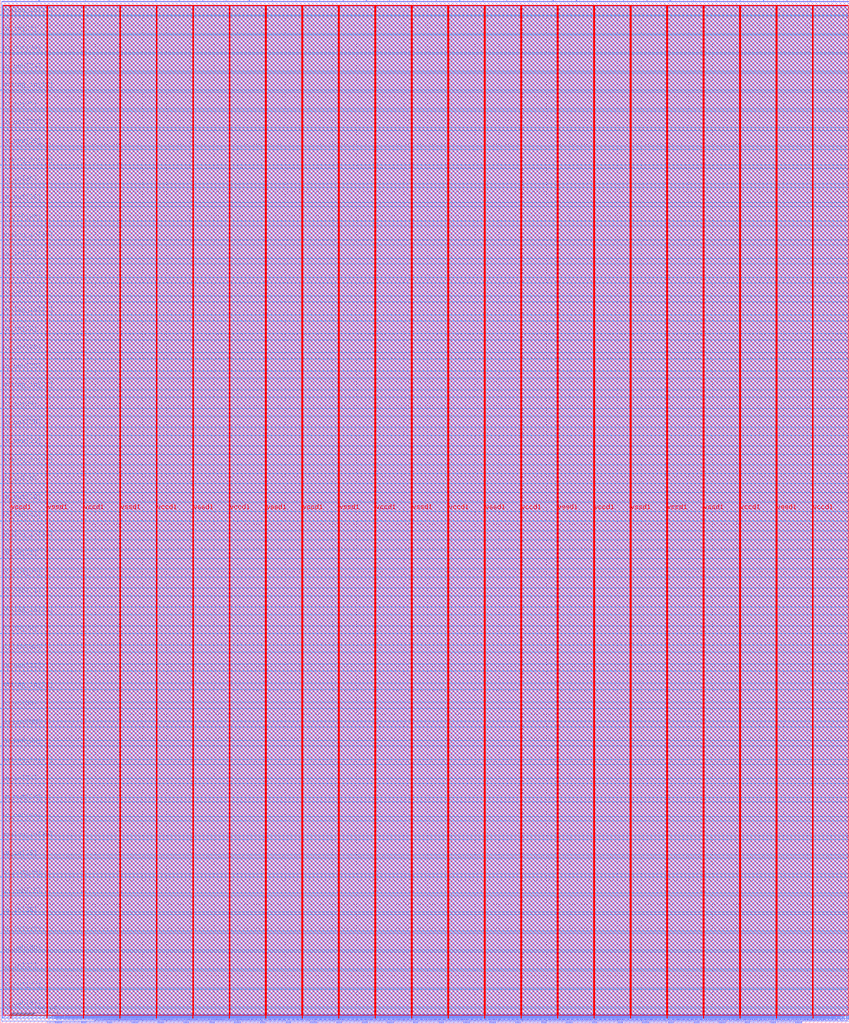
<source format=lef>
VERSION 5.7 ;
  NOWIREEXTENSIONATPIN ON ;
  DIVIDERCHAR "/" ;
  BUSBITCHARS "[]" ;
MACRO rift2Wrap
  CLASS BLOCK ;
  FOREIGN rift2Wrap ;
  ORIGIN 0.000 0.000 ;
  SIZE 1787.890 BY 2153.980 ;
  PIN analog_io[0]
    DIRECTION INOUT ;
    USE SIGNAL ;
    PORT
      LAYER met3 ;
        RECT 1783.890 875.880 1787.890 876.480 ;
    END
  END analog_io[0]
  PIN analog_io[10]
    DIRECTION INOUT ;
    USE SIGNAL ;
    PORT
      LAYER met2 ;
        RECT 1361.230 2149.980 1361.510 2153.980 ;
    END
  END analog_io[10]
  PIN analog_io[11]
    DIRECTION INOUT ;
    USE SIGNAL ;
    PORT
      LAYER met2 ;
        RECT 1164.350 2149.980 1164.630 2153.980 ;
    END
  END analog_io[11]
  PIN analog_io[12]
    DIRECTION INOUT ;
    USE SIGNAL ;
    PORT
      LAYER met2 ;
        RECT 967.470 2149.980 967.750 2153.980 ;
    END
  END analog_io[12]
  PIN analog_io[13]
    DIRECTION INOUT ;
    USE SIGNAL ;
    PORT
      LAYER met2 ;
        RECT 770.590 2149.980 770.870 2153.980 ;
    END
  END analog_io[13]
  PIN analog_io[14]
    DIRECTION INOUT ;
    USE SIGNAL ;
    PORT
      LAYER met2 ;
        RECT 573.710 2149.980 573.990 2153.980 ;
    END
  END analog_io[14]
  PIN analog_io[15]
    DIRECTION INOUT ;
    USE SIGNAL ;
    PORT
      LAYER met2 ;
        RECT 376.830 2149.980 377.110 2153.980 ;
    END
  END analog_io[15]
  PIN analog_io[16]
    DIRECTION INOUT ;
    USE SIGNAL ;
    PORT
      LAYER met2 ;
        RECT 179.950 2149.980 180.230 2153.980 ;
    END
  END analog_io[16]
  PIN analog_io[17]
    DIRECTION INOUT ;
    USE SIGNAL ;
    PORT
      LAYER met3 ;
        RECT 0.000 2121.640 4.000 2122.240 ;
    END
  END analog_io[17]
  PIN analog_io[18]
    DIRECTION INOUT ;
    USE SIGNAL ;
    PORT
      LAYER met3 ;
        RECT 0.000 1963.880 4.000 1964.480 ;
    END
  END analog_io[18]
  PIN analog_io[19]
    DIRECTION INOUT ;
    USE SIGNAL ;
    PORT
      LAYER met3 ;
        RECT 0.000 1806.120 4.000 1806.720 ;
    END
  END analog_io[19]
  PIN analog_io[1]
    DIRECTION INOUT ;
    USE SIGNAL ;
    PORT
      LAYER met3 ;
        RECT 1783.890 1036.360 1787.890 1036.960 ;
    END
  END analog_io[1]
  PIN analog_io[20]
    DIRECTION INOUT ;
    USE SIGNAL ;
    PORT
      LAYER met3 ;
        RECT 0.000 1648.360 4.000 1648.960 ;
    END
  END analog_io[20]
  PIN analog_io[21]
    DIRECTION INOUT ;
    USE SIGNAL ;
    PORT
      LAYER met3 ;
        RECT 0.000 1490.600 4.000 1491.200 ;
    END
  END analog_io[21]
  PIN analog_io[22]
    DIRECTION INOUT ;
    USE SIGNAL ;
    PORT
      LAYER met3 ;
        RECT 0.000 1332.840 4.000 1333.440 ;
    END
  END analog_io[22]
  PIN analog_io[23]
    DIRECTION INOUT ;
    USE SIGNAL ;
    PORT
      LAYER met3 ;
        RECT 0.000 1175.080 4.000 1175.680 ;
    END
  END analog_io[23]
  PIN analog_io[24]
    DIRECTION INOUT ;
    USE SIGNAL ;
    PORT
      LAYER met3 ;
        RECT 0.000 1017.320 4.000 1017.920 ;
    END
  END analog_io[24]
  PIN analog_io[25]
    DIRECTION INOUT ;
    USE SIGNAL ;
    PORT
      LAYER met3 ;
        RECT 0.000 859.560 4.000 860.160 ;
    END
  END analog_io[25]
  PIN analog_io[26]
    DIRECTION INOUT ;
    USE SIGNAL ;
    PORT
      LAYER met3 ;
        RECT 0.000 701.800 4.000 702.400 ;
    END
  END analog_io[26]
  PIN analog_io[27]
    DIRECTION INOUT ;
    USE SIGNAL ;
    PORT
      LAYER met3 ;
        RECT 0.000 544.040 4.000 544.640 ;
    END
  END analog_io[27]
  PIN analog_io[28]
    DIRECTION INOUT ;
    USE SIGNAL ;
    PORT
      LAYER met3 ;
        RECT 0.000 386.280 4.000 386.880 ;
    END
  END analog_io[28]
  PIN analog_io[2]
    DIRECTION INOUT ;
    USE SIGNAL ;
    PORT
      LAYER met3 ;
        RECT 1783.890 1196.840 1787.890 1197.440 ;
    END
  END analog_io[2]
  PIN analog_io[3]
    DIRECTION INOUT ;
    USE SIGNAL ;
    PORT
      LAYER met3 ;
        RECT 1783.890 1357.320 1787.890 1357.920 ;
    END
  END analog_io[3]
  PIN analog_io[4]
    DIRECTION INOUT ;
    USE SIGNAL ;
    PORT
      LAYER met3 ;
        RECT 1783.890 1517.800 1787.890 1518.400 ;
    END
  END analog_io[4]
  PIN analog_io[5]
    DIRECTION INOUT ;
    USE SIGNAL ;
    PORT
      LAYER met3 ;
        RECT 1783.890 1678.280 1787.890 1678.880 ;
    END
  END analog_io[5]
  PIN analog_io[6]
    DIRECTION INOUT ;
    USE SIGNAL ;
    PORT
      LAYER met3 ;
        RECT 1783.890 1838.760 1787.890 1839.360 ;
    END
  END analog_io[6]
  PIN analog_io[7]
    DIRECTION INOUT ;
    USE SIGNAL ;
    PORT
      LAYER met3 ;
        RECT 1783.890 1999.240 1787.890 1999.840 ;
    END
  END analog_io[7]
  PIN analog_io[8]
    DIRECTION INOUT ;
    USE SIGNAL ;
    PORT
      LAYER met2 ;
        RECT 1754.990 2149.980 1755.270 2153.980 ;
    END
  END analog_io[8]
  PIN analog_io[9]
    DIRECTION INOUT ;
    USE SIGNAL ;
    PORT
      LAYER met2 ;
        RECT 1558.110 2149.980 1558.390 2153.980 ;
    END
  END analog_io[9]
  PIN io_in[0]
    DIRECTION INPUT ;
    USE SIGNAL ;
    PORT
      LAYER met3 ;
        RECT 1783.890 33.360 1787.890 33.960 ;
    END
  END io_in[0]
  PIN io_in[10]
    DIRECTION INPUT ;
    USE SIGNAL ;
    PORT
      LAYER met3 ;
        RECT 1783.890 1397.440 1787.890 1398.040 ;
    END
  END io_in[10]
  PIN io_in[11]
    DIRECTION INPUT ;
    USE SIGNAL ;
    PORT
      LAYER met3 ;
        RECT 1783.890 1557.920 1787.890 1558.520 ;
    END
  END io_in[11]
  PIN io_in[12]
    DIRECTION INPUT ;
    USE SIGNAL ;
    PORT
      LAYER met3 ;
        RECT 1783.890 1718.400 1787.890 1719.000 ;
    END
  END io_in[12]
  PIN io_in[13]
    DIRECTION INPUT ;
    USE SIGNAL ;
    PORT
      LAYER met3 ;
        RECT 1783.890 1878.880 1787.890 1879.480 ;
    END
  END io_in[13]
  PIN io_in[14]
    DIRECTION INPUT ;
    USE SIGNAL ;
    PORT
      LAYER met3 ;
        RECT 1783.890 2039.360 1787.890 2039.960 ;
    END
  END io_in[14]
  PIN io_in[15]
    DIRECTION INPUT ;
    USE SIGNAL ;
    PORT
      LAYER met2 ;
        RECT 1705.770 2149.980 1706.050 2153.980 ;
    END
  END io_in[15]
  PIN io_in[16]
    DIRECTION INPUT ;
    USE SIGNAL ;
    PORT
      LAYER met2 ;
        RECT 1508.890 2149.980 1509.170 2153.980 ;
    END
  END io_in[16]
  PIN io_in[17]
    DIRECTION INPUT ;
    USE SIGNAL ;
    PORT
      LAYER met2 ;
        RECT 1312.010 2149.980 1312.290 2153.980 ;
    END
  END io_in[17]
  PIN io_in[18]
    DIRECTION INPUT ;
    USE SIGNAL ;
    PORT
      LAYER met2 ;
        RECT 1115.130 2149.980 1115.410 2153.980 ;
    END
  END io_in[18]
  PIN io_in[19]
    DIRECTION INPUT ;
    USE SIGNAL ;
    PORT
      LAYER met2 ;
        RECT 918.250 2149.980 918.530 2153.980 ;
    END
  END io_in[19]
  PIN io_in[1]
    DIRECTION INPUT ;
    USE SIGNAL ;
    PORT
      LAYER met3 ;
        RECT 1783.890 153.720 1787.890 154.320 ;
    END
  END io_in[1]
  PIN io_in[20]
    DIRECTION INPUT ;
    USE SIGNAL ;
    PORT
      LAYER met2 ;
        RECT 721.370 2149.980 721.650 2153.980 ;
    END
  END io_in[20]
  PIN io_in[21]
    DIRECTION INPUT ;
    USE SIGNAL ;
    PORT
      LAYER met2 ;
        RECT 524.490 2149.980 524.770 2153.980 ;
    END
  END io_in[21]
  PIN io_in[22]
    DIRECTION INPUT ;
    USE SIGNAL ;
    PORT
      LAYER met2 ;
        RECT 327.610 2149.980 327.890 2153.980 ;
    END
  END io_in[22]
  PIN io_in[23]
    DIRECTION INPUT ;
    USE SIGNAL ;
    PORT
      LAYER met2 ;
        RECT 130.730 2149.980 131.010 2153.980 ;
    END
  END io_in[23]
  PIN io_in[24]
    DIRECTION INPUT ;
    USE SIGNAL ;
    PORT
      LAYER met3 ;
        RECT 0.000 2082.200 4.000 2082.800 ;
    END
  END io_in[24]
  PIN io_in[25]
    DIRECTION INPUT ;
    USE SIGNAL ;
    PORT
      LAYER met3 ;
        RECT 0.000 1924.440 4.000 1925.040 ;
    END
  END io_in[25]
  PIN io_in[26]
    DIRECTION INPUT ;
    USE SIGNAL ;
    PORT
      LAYER met3 ;
        RECT 0.000 1766.680 4.000 1767.280 ;
    END
  END io_in[26]
  PIN io_in[27]
    DIRECTION INPUT ;
    USE SIGNAL ;
    PORT
      LAYER met3 ;
        RECT 0.000 1608.920 4.000 1609.520 ;
    END
  END io_in[27]
  PIN io_in[28]
    DIRECTION INPUT ;
    USE SIGNAL ;
    PORT
      LAYER met3 ;
        RECT 0.000 1451.160 4.000 1451.760 ;
    END
  END io_in[28]
  PIN io_in[29]
    DIRECTION INPUT ;
    USE SIGNAL ;
    PORT
      LAYER met3 ;
        RECT 0.000 1293.400 4.000 1294.000 ;
    END
  END io_in[29]
  PIN io_in[2]
    DIRECTION INPUT ;
    USE SIGNAL ;
    PORT
      LAYER met3 ;
        RECT 1783.890 274.080 1787.890 274.680 ;
    END
  END io_in[2]
  PIN io_in[30]
    DIRECTION INPUT ;
    USE SIGNAL ;
    PORT
      LAYER met3 ;
        RECT 0.000 1135.640 4.000 1136.240 ;
    END
  END io_in[30]
  PIN io_in[31]
    DIRECTION INPUT ;
    USE SIGNAL ;
    PORT
      LAYER met3 ;
        RECT 0.000 977.880 4.000 978.480 ;
    END
  END io_in[31]
  PIN io_in[32]
    DIRECTION INPUT ;
    USE SIGNAL ;
    PORT
      LAYER met3 ;
        RECT 0.000 820.120 4.000 820.720 ;
    END
  END io_in[32]
  PIN io_in[33]
    DIRECTION INPUT ;
    USE SIGNAL ;
    PORT
      LAYER met3 ;
        RECT 0.000 662.360 4.000 662.960 ;
    END
  END io_in[33]
  PIN io_in[34]
    DIRECTION INPUT ;
    USE SIGNAL ;
    PORT
      LAYER met3 ;
        RECT 0.000 504.600 4.000 505.200 ;
    END
  END io_in[34]
  PIN io_in[35]
    DIRECTION INPUT ;
    USE SIGNAL ;
    PORT
      LAYER met3 ;
        RECT 0.000 346.840 4.000 347.440 ;
    END
  END io_in[35]
  PIN io_in[36]
    DIRECTION INPUT ;
    USE SIGNAL ;
    PORT
      LAYER met3 ;
        RECT 0.000 228.520 4.000 229.120 ;
    END
  END io_in[36]
  PIN io_in[37]
    DIRECTION INPUT ;
    USE SIGNAL ;
    PORT
      LAYER met3 ;
        RECT 0.000 110.200 4.000 110.800 ;
    END
  END io_in[37]
  PIN io_in[3]
    DIRECTION INPUT ;
    USE SIGNAL ;
    PORT
      LAYER met3 ;
        RECT 1783.890 394.440 1787.890 395.040 ;
    END
  END io_in[3]
  PIN io_in[4]
    DIRECTION INPUT ;
    USE SIGNAL ;
    PORT
      LAYER met3 ;
        RECT 1783.890 514.800 1787.890 515.400 ;
    END
  END io_in[4]
  PIN io_in[5]
    DIRECTION INPUT ;
    USE SIGNAL ;
    PORT
      LAYER met3 ;
        RECT 1783.890 635.160 1787.890 635.760 ;
    END
  END io_in[5]
  PIN io_in[6]
    DIRECTION INPUT ;
    USE SIGNAL ;
    PORT
      LAYER met3 ;
        RECT 1783.890 755.520 1787.890 756.120 ;
    END
  END io_in[6]
  PIN io_in[7]
    DIRECTION INPUT ;
    USE SIGNAL ;
    PORT
      LAYER met3 ;
        RECT 1783.890 916.000 1787.890 916.600 ;
    END
  END io_in[7]
  PIN io_in[8]
    DIRECTION INPUT ;
    USE SIGNAL ;
    PORT
      LAYER met3 ;
        RECT 1783.890 1076.480 1787.890 1077.080 ;
    END
  END io_in[8]
  PIN io_in[9]
    DIRECTION INPUT ;
    USE SIGNAL ;
    PORT
      LAYER met3 ;
        RECT 1783.890 1236.960 1787.890 1237.560 ;
    END
  END io_in[9]
  PIN io_oeb[0]
    DIRECTION OUTPUT TRISTATE ;
    USE SIGNAL ;
    PORT
      LAYER met3 ;
        RECT 1783.890 113.600 1787.890 114.200 ;
    END
  END io_oeb[0]
  PIN io_oeb[10]
    DIRECTION OUTPUT TRISTATE ;
    USE SIGNAL ;
    PORT
      LAYER met3 ;
        RECT 1783.890 1477.680 1787.890 1478.280 ;
    END
  END io_oeb[10]
  PIN io_oeb[11]
    DIRECTION OUTPUT TRISTATE ;
    USE SIGNAL ;
    PORT
      LAYER met3 ;
        RECT 1783.890 1638.160 1787.890 1638.760 ;
    END
  END io_oeb[11]
  PIN io_oeb[12]
    DIRECTION OUTPUT TRISTATE ;
    USE SIGNAL ;
    PORT
      LAYER met3 ;
        RECT 1783.890 1798.640 1787.890 1799.240 ;
    END
  END io_oeb[12]
  PIN io_oeb[13]
    DIRECTION OUTPUT TRISTATE ;
    USE SIGNAL ;
    PORT
      LAYER met3 ;
        RECT 1783.890 1959.120 1787.890 1959.720 ;
    END
  END io_oeb[13]
  PIN io_oeb[14]
    DIRECTION OUTPUT TRISTATE ;
    USE SIGNAL ;
    PORT
      LAYER met3 ;
        RECT 1783.890 2119.600 1787.890 2120.200 ;
    END
  END io_oeb[14]
  PIN io_oeb[15]
    DIRECTION OUTPUT TRISTATE ;
    USE SIGNAL ;
    PORT
      LAYER met2 ;
        RECT 1607.330 2149.980 1607.610 2153.980 ;
    END
  END io_oeb[15]
  PIN io_oeb[16]
    DIRECTION OUTPUT TRISTATE ;
    USE SIGNAL ;
    PORT
      LAYER met2 ;
        RECT 1410.450 2149.980 1410.730 2153.980 ;
    END
  END io_oeb[16]
  PIN io_oeb[17]
    DIRECTION OUTPUT TRISTATE ;
    USE SIGNAL ;
    PORT
      LAYER met2 ;
        RECT 1213.570 2149.980 1213.850 2153.980 ;
    END
  END io_oeb[17]
  PIN io_oeb[18]
    DIRECTION OUTPUT TRISTATE ;
    USE SIGNAL ;
    PORT
      LAYER met2 ;
        RECT 1016.690 2149.980 1016.970 2153.980 ;
    END
  END io_oeb[18]
  PIN io_oeb[19]
    DIRECTION OUTPUT TRISTATE ;
    USE SIGNAL ;
    PORT
      LAYER met2 ;
        RECT 819.810 2149.980 820.090 2153.980 ;
    END
  END io_oeb[19]
  PIN io_oeb[1]
    DIRECTION OUTPUT TRISTATE ;
    USE SIGNAL ;
    PORT
      LAYER met3 ;
        RECT 1783.890 233.960 1787.890 234.560 ;
    END
  END io_oeb[1]
  PIN io_oeb[20]
    DIRECTION OUTPUT TRISTATE ;
    USE SIGNAL ;
    PORT
      LAYER met2 ;
        RECT 622.930 2149.980 623.210 2153.980 ;
    END
  END io_oeb[20]
  PIN io_oeb[21]
    DIRECTION OUTPUT TRISTATE ;
    USE SIGNAL ;
    PORT
      LAYER met2 ;
        RECT 426.050 2149.980 426.330 2153.980 ;
    END
  END io_oeb[21]
  PIN io_oeb[22]
    DIRECTION OUTPUT TRISTATE ;
    USE SIGNAL ;
    PORT
      LAYER met2 ;
        RECT 229.170 2149.980 229.450 2153.980 ;
    END
  END io_oeb[22]
  PIN io_oeb[23]
    DIRECTION OUTPUT TRISTATE ;
    USE SIGNAL ;
    PORT
      LAYER met2 ;
        RECT 32.290 2149.980 32.570 2153.980 ;
    END
  END io_oeb[23]
  PIN io_oeb[24]
    DIRECTION OUTPUT TRISTATE ;
    USE SIGNAL ;
    PORT
      LAYER met3 ;
        RECT 0.000 2003.320 4.000 2003.920 ;
    END
  END io_oeb[24]
  PIN io_oeb[25]
    DIRECTION OUTPUT TRISTATE ;
    USE SIGNAL ;
    PORT
      LAYER met3 ;
        RECT 0.000 1845.560 4.000 1846.160 ;
    END
  END io_oeb[25]
  PIN io_oeb[26]
    DIRECTION OUTPUT TRISTATE ;
    USE SIGNAL ;
    PORT
      LAYER met3 ;
        RECT 0.000 1687.800 4.000 1688.400 ;
    END
  END io_oeb[26]
  PIN io_oeb[27]
    DIRECTION OUTPUT TRISTATE ;
    USE SIGNAL ;
    PORT
      LAYER met3 ;
        RECT 0.000 1530.040 4.000 1530.640 ;
    END
  END io_oeb[27]
  PIN io_oeb[28]
    DIRECTION OUTPUT TRISTATE ;
    USE SIGNAL ;
    PORT
      LAYER met3 ;
        RECT 0.000 1372.280 4.000 1372.880 ;
    END
  END io_oeb[28]
  PIN io_oeb[29]
    DIRECTION OUTPUT TRISTATE ;
    USE SIGNAL ;
    PORT
      LAYER met3 ;
        RECT 0.000 1214.520 4.000 1215.120 ;
    END
  END io_oeb[29]
  PIN io_oeb[2]
    DIRECTION OUTPUT TRISTATE ;
    USE SIGNAL ;
    PORT
      LAYER met3 ;
        RECT 1783.890 354.320 1787.890 354.920 ;
    END
  END io_oeb[2]
  PIN io_oeb[30]
    DIRECTION OUTPUT TRISTATE ;
    USE SIGNAL ;
    PORT
      LAYER met3 ;
        RECT 0.000 1056.760 4.000 1057.360 ;
    END
  END io_oeb[30]
  PIN io_oeb[31]
    DIRECTION OUTPUT TRISTATE ;
    USE SIGNAL ;
    PORT
      LAYER met3 ;
        RECT 0.000 899.000 4.000 899.600 ;
    END
  END io_oeb[31]
  PIN io_oeb[32]
    DIRECTION OUTPUT TRISTATE ;
    USE SIGNAL ;
    PORT
      LAYER met3 ;
        RECT 0.000 741.240 4.000 741.840 ;
    END
  END io_oeb[32]
  PIN io_oeb[33]
    DIRECTION OUTPUT TRISTATE ;
    USE SIGNAL ;
    PORT
      LAYER met3 ;
        RECT 0.000 583.480 4.000 584.080 ;
    END
  END io_oeb[33]
  PIN io_oeb[34]
    DIRECTION OUTPUT TRISTATE ;
    USE SIGNAL ;
    PORT
      LAYER met3 ;
        RECT 0.000 425.720 4.000 426.320 ;
    END
  END io_oeb[34]
  PIN io_oeb[35]
    DIRECTION OUTPUT TRISTATE ;
    USE SIGNAL ;
    PORT
      LAYER met3 ;
        RECT 0.000 267.960 4.000 268.560 ;
    END
  END io_oeb[35]
  PIN io_oeb[36]
    DIRECTION OUTPUT TRISTATE ;
    USE SIGNAL ;
    PORT
      LAYER met3 ;
        RECT 0.000 149.640 4.000 150.240 ;
    END
  END io_oeb[36]
  PIN io_oeb[37]
    DIRECTION OUTPUT TRISTATE ;
    USE SIGNAL ;
    PORT
      LAYER met3 ;
        RECT 0.000 31.320 4.000 31.920 ;
    END
  END io_oeb[37]
  PIN io_oeb[3]
    DIRECTION OUTPUT TRISTATE ;
    USE SIGNAL ;
    PORT
      LAYER met3 ;
        RECT 1783.890 474.680 1787.890 475.280 ;
    END
  END io_oeb[3]
  PIN io_oeb[4]
    DIRECTION OUTPUT TRISTATE ;
    USE SIGNAL ;
    PORT
      LAYER met3 ;
        RECT 1783.890 595.040 1787.890 595.640 ;
    END
  END io_oeb[4]
  PIN io_oeb[5]
    DIRECTION OUTPUT TRISTATE ;
    USE SIGNAL ;
    PORT
      LAYER met3 ;
        RECT 1783.890 715.400 1787.890 716.000 ;
    END
  END io_oeb[5]
  PIN io_oeb[6]
    DIRECTION OUTPUT TRISTATE ;
    USE SIGNAL ;
    PORT
      LAYER met3 ;
        RECT 1783.890 835.760 1787.890 836.360 ;
    END
  END io_oeb[6]
  PIN io_oeb[7]
    DIRECTION OUTPUT TRISTATE ;
    USE SIGNAL ;
    PORT
      LAYER met3 ;
        RECT 1783.890 996.240 1787.890 996.840 ;
    END
  END io_oeb[7]
  PIN io_oeb[8]
    DIRECTION OUTPUT TRISTATE ;
    USE SIGNAL ;
    PORT
      LAYER met3 ;
        RECT 1783.890 1156.720 1787.890 1157.320 ;
    END
  END io_oeb[8]
  PIN io_oeb[9]
    DIRECTION OUTPUT TRISTATE ;
    USE SIGNAL ;
    PORT
      LAYER met3 ;
        RECT 1783.890 1317.200 1787.890 1317.800 ;
    END
  END io_oeb[9]
  PIN io_out[0]
    DIRECTION OUTPUT TRISTATE ;
    USE SIGNAL ;
    PORT
      LAYER met3 ;
        RECT 1783.890 73.480 1787.890 74.080 ;
    END
  END io_out[0]
  PIN io_out[10]
    DIRECTION OUTPUT TRISTATE ;
    USE SIGNAL ;
    PORT
      LAYER met3 ;
        RECT 1783.890 1437.560 1787.890 1438.160 ;
    END
  END io_out[10]
  PIN io_out[11]
    DIRECTION OUTPUT TRISTATE ;
    USE SIGNAL ;
    PORT
      LAYER met3 ;
        RECT 1783.890 1598.040 1787.890 1598.640 ;
    END
  END io_out[11]
  PIN io_out[12]
    DIRECTION OUTPUT TRISTATE ;
    USE SIGNAL ;
    PORT
      LAYER met3 ;
        RECT 1783.890 1758.520 1787.890 1759.120 ;
    END
  END io_out[12]
  PIN io_out[13]
    DIRECTION OUTPUT TRISTATE ;
    USE SIGNAL ;
    PORT
      LAYER met3 ;
        RECT 1783.890 1919.000 1787.890 1919.600 ;
    END
  END io_out[13]
  PIN io_out[14]
    DIRECTION OUTPUT TRISTATE ;
    USE SIGNAL ;
    PORT
      LAYER met3 ;
        RECT 1783.890 2079.480 1787.890 2080.080 ;
    END
  END io_out[14]
  PIN io_out[15]
    DIRECTION OUTPUT TRISTATE ;
    USE SIGNAL ;
    PORT
      LAYER met2 ;
        RECT 1656.550 2149.980 1656.830 2153.980 ;
    END
  END io_out[15]
  PIN io_out[16]
    DIRECTION OUTPUT TRISTATE ;
    USE SIGNAL ;
    PORT
      LAYER met2 ;
        RECT 1459.670 2149.980 1459.950 2153.980 ;
    END
  END io_out[16]
  PIN io_out[17]
    DIRECTION OUTPUT TRISTATE ;
    USE SIGNAL ;
    PORT
      LAYER met2 ;
        RECT 1262.790 2149.980 1263.070 2153.980 ;
    END
  END io_out[17]
  PIN io_out[18]
    DIRECTION OUTPUT TRISTATE ;
    USE SIGNAL ;
    PORT
      LAYER met2 ;
        RECT 1065.910 2149.980 1066.190 2153.980 ;
    END
  END io_out[18]
  PIN io_out[19]
    DIRECTION OUTPUT TRISTATE ;
    USE SIGNAL ;
    PORT
      LAYER met2 ;
        RECT 869.030 2149.980 869.310 2153.980 ;
    END
  END io_out[19]
  PIN io_out[1]
    DIRECTION OUTPUT TRISTATE ;
    USE SIGNAL ;
    PORT
      LAYER met3 ;
        RECT 1783.890 193.840 1787.890 194.440 ;
    END
  END io_out[1]
  PIN io_out[20]
    DIRECTION OUTPUT TRISTATE ;
    USE SIGNAL ;
    PORT
      LAYER met2 ;
        RECT 672.150 2149.980 672.430 2153.980 ;
    END
  END io_out[20]
  PIN io_out[21]
    DIRECTION OUTPUT TRISTATE ;
    USE SIGNAL ;
    PORT
      LAYER met2 ;
        RECT 475.270 2149.980 475.550 2153.980 ;
    END
  END io_out[21]
  PIN io_out[22]
    DIRECTION OUTPUT TRISTATE ;
    USE SIGNAL ;
    PORT
      LAYER met2 ;
        RECT 278.390 2149.980 278.670 2153.980 ;
    END
  END io_out[22]
  PIN io_out[23]
    DIRECTION OUTPUT TRISTATE ;
    USE SIGNAL ;
    PORT
      LAYER met2 ;
        RECT 81.510 2149.980 81.790 2153.980 ;
    END
  END io_out[23]
  PIN io_out[24]
    DIRECTION OUTPUT TRISTATE ;
    USE SIGNAL ;
    PORT
      LAYER met3 ;
        RECT 0.000 2042.760 4.000 2043.360 ;
    END
  END io_out[24]
  PIN io_out[25]
    DIRECTION OUTPUT TRISTATE ;
    USE SIGNAL ;
    PORT
      LAYER met3 ;
        RECT 0.000 1885.000 4.000 1885.600 ;
    END
  END io_out[25]
  PIN io_out[26]
    DIRECTION OUTPUT TRISTATE ;
    USE SIGNAL ;
    PORT
      LAYER met3 ;
        RECT 0.000 1727.240 4.000 1727.840 ;
    END
  END io_out[26]
  PIN io_out[27]
    DIRECTION OUTPUT TRISTATE ;
    USE SIGNAL ;
    PORT
      LAYER met3 ;
        RECT 0.000 1569.480 4.000 1570.080 ;
    END
  END io_out[27]
  PIN io_out[28]
    DIRECTION OUTPUT TRISTATE ;
    USE SIGNAL ;
    PORT
      LAYER met3 ;
        RECT 0.000 1411.720 4.000 1412.320 ;
    END
  END io_out[28]
  PIN io_out[29]
    DIRECTION OUTPUT TRISTATE ;
    USE SIGNAL ;
    PORT
      LAYER met3 ;
        RECT 0.000 1253.960 4.000 1254.560 ;
    END
  END io_out[29]
  PIN io_out[2]
    DIRECTION OUTPUT TRISTATE ;
    USE SIGNAL ;
    PORT
      LAYER met3 ;
        RECT 1783.890 314.200 1787.890 314.800 ;
    END
  END io_out[2]
  PIN io_out[30]
    DIRECTION OUTPUT TRISTATE ;
    USE SIGNAL ;
    PORT
      LAYER met3 ;
        RECT 0.000 1096.200 4.000 1096.800 ;
    END
  END io_out[30]
  PIN io_out[31]
    DIRECTION OUTPUT TRISTATE ;
    USE SIGNAL ;
    PORT
      LAYER met3 ;
        RECT 0.000 938.440 4.000 939.040 ;
    END
  END io_out[31]
  PIN io_out[32]
    DIRECTION OUTPUT TRISTATE ;
    USE SIGNAL ;
    PORT
      LAYER met3 ;
        RECT 0.000 780.680 4.000 781.280 ;
    END
  END io_out[32]
  PIN io_out[33]
    DIRECTION OUTPUT TRISTATE ;
    USE SIGNAL ;
    PORT
      LAYER met3 ;
        RECT 0.000 622.920 4.000 623.520 ;
    END
  END io_out[33]
  PIN io_out[34]
    DIRECTION OUTPUT TRISTATE ;
    USE SIGNAL ;
    PORT
      LAYER met3 ;
        RECT 0.000 465.160 4.000 465.760 ;
    END
  END io_out[34]
  PIN io_out[35]
    DIRECTION OUTPUT TRISTATE ;
    USE SIGNAL ;
    PORT
      LAYER met3 ;
        RECT 0.000 307.400 4.000 308.000 ;
    END
  END io_out[35]
  PIN io_out[36]
    DIRECTION OUTPUT TRISTATE ;
    USE SIGNAL ;
    PORT
      LAYER met3 ;
        RECT 0.000 189.080 4.000 189.680 ;
    END
  END io_out[36]
  PIN io_out[37]
    DIRECTION OUTPUT TRISTATE ;
    USE SIGNAL ;
    PORT
      LAYER met3 ;
        RECT 0.000 70.760 4.000 71.360 ;
    END
  END io_out[37]
  PIN io_out[3]
    DIRECTION OUTPUT TRISTATE ;
    USE SIGNAL ;
    PORT
      LAYER met3 ;
        RECT 1783.890 434.560 1787.890 435.160 ;
    END
  END io_out[3]
  PIN io_out[4]
    DIRECTION OUTPUT TRISTATE ;
    USE SIGNAL ;
    PORT
      LAYER met3 ;
        RECT 1783.890 554.920 1787.890 555.520 ;
    END
  END io_out[4]
  PIN io_out[5]
    DIRECTION OUTPUT TRISTATE ;
    USE SIGNAL ;
    PORT
      LAYER met3 ;
        RECT 1783.890 675.280 1787.890 675.880 ;
    END
  END io_out[5]
  PIN io_out[6]
    DIRECTION OUTPUT TRISTATE ;
    USE SIGNAL ;
    PORT
      LAYER met3 ;
        RECT 1783.890 795.640 1787.890 796.240 ;
    END
  END io_out[6]
  PIN io_out[7]
    DIRECTION OUTPUT TRISTATE ;
    USE SIGNAL ;
    PORT
      LAYER met3 ;
        RECT 1783.890 956.120 1787.890 956.720 ;
    END
  END io_out[7]
  PIN io_out[8]
    DIRECTION OUTPUT TRISTATE ;
    USE SIGNAL ;
    PORT
      LAYER met3 ;
        RECT 1783.890 1116.600 1787.890 1117.200 ;
    END
  END io_out[8]
  PIN io_out[9]
    DIRECTION OUTPUT TRISTATE ;
    USE SIGNAL ;
    PORT
      LAYER met3 ;
        RECT 1783.890 1277.080 1787.890 1277.680 ;
    END
  END io_out[9]
  PIN la_data_in[0]
    DIRECTION INPUT ;
    USE SIGNAL ;
    PORT
      LAYER met2 ;
        RECT 441.230 0.000 441.510 4.000 ;
    END
  END la_data_in[0]
  PIN la_data_in[100]
    DIRECTION INPUT ;
    USE SIGNAL ;
    PORT
      LAYER met2 ;
        RECT 1407.230 0.000 1407.510 4.000 ;
    END
  END la_data_in[100]
  PIN la_data_in[101]
    DIRECTION INPUT ;
    USE SIGNAL ;
    PORT
      LAYER met2 ;
        RECT 1416.890 0.000 1417.170 4.000 ;
    END
  END la_data_in[101]
  PIN la_data_in[102]
    DIRECTION INPUT ;
    USE SIGNAL ;
    PORT
      LAYER met2 ;
        RECT 1426.550 0.000 1426.830 4.000 ;
    END
  END la_data_in[102]
  PIN la_data_in[103]
    DIRECTION INPUT ;
    USE SIGNAL ;
    PORT
      LAYER met2 ;
        RECT 1436.210 0.000 1436.490 4.000 ;
    END
  END la_data_in[103]
  PIN la_data_in[104]
    DIRECTION INPUT ;
    USE SIGNAL ;
    PORT
      LAYER met2 ;
        RECT 1445.870 0.000 1446.150 4.000 ;
    END
  END la_data_in[104]
  PIN la_data_in[105]
    DIRECTION INPUT ;
    USE SIGNAL ;
    PORT
      LAYER met2 ;
        RECT 1455.530 0.000 1455.810 4.000 ;
    END
  END la_data_in[105]
  PIN la_data_in[106]
    DIRECTION INPUT ;
    USE SIGNAL ;
    PORT
      LAYER met2 ;
        RECT 1465.190 0.000 1465.470 4.000 ;
    END
  END la_data_in[106]
  PIN la_data_in[107]
    DIRECTION INPUT ;
    USE SIGNAL ;
    PORT
      LAYER met2 ;
        RECT 1474.850 0.000 1475.130 4.000 ;
    END
  END la_data_in[107]
  PIN la_data_in[108]
    DIRECTION INPUT ;
    USE SIGNAL ;
    PORT
      LAYER met2 ;
        RECT 1484.510 0.000 1484.790 4.000 ;
    END
  END la_data_in[108]
  PIN la_data_in[109]
    DIRECTION INPUT ;
    USE SIGNAL ;
    PORT
      LAYER met2 ;
        RECT 1494.170 0.000 1494.450 4.000 ;
    END
  END la_data_in[109]
  PIN la_data_in[10]
    DIRECTION INPUT ;
    USE SIGNAL ;
    PORT
      LAYER met2 ;
        RECT 537.830 0.000 538.110 4.000 ;
    END
  END la_data_in[10]
  PIN la_data_in[110]
    DIRECTION INPUT ;
    USE SIGNAL ;
    PORT
      LAYER met2 ;
        RECT 1503.830 0.000 1504.110 4.000 ;
    END
  END la_data_in[110]
  PIN la_data_in[111]
    DIRECTION INPUT ;
    USE SIGNAL ;
    PORT
      LAYER met2 ;
        RECT 1513.490 0.000 1513.770 4.000 ;
    END
  END la_data_in[111]
  PIN la_data_in[112]
    DIRECTION INPUT ;
    USE SIGNAL ;
    PORT
      LAYER met2 ;
        RECT 1523.150 0.000 1523.430 4.000 ;
    END
  END la_data_in[112]
  PIN la_data_in[113]
    DIRECTION INPUT ;
    USE SIGNAL ;
    PORT
      LAYER met2 ;
        RECT 1532.810 0.000 1533.090 4.000 ;
    END
  END la_data_in[113]
  PIN la_data_in[114]
    DIRECTION INPUT ;
    USE SIGNAL ;
    PORT
      LAYER met2 ;
        RECT 1542.470 0.000 1542.750 4.000 ;
    END
  END la_data_in[114]
  PIN la_data_in[115]
    DIRECTION INPUT ;
    USE SIGNAL ;
    PORT
      LAYER met2 ;
        RECT 1552.130 0.000 1552.410 4.000 ;
    END
  END la_data_in[115]
  PIN la_data_in[116]
    DIRECTION INPUT ;
    USE SIGNAL ;
    PORT
      LAYER met2 ;
        RECT 1561.790 0.000 1562.070 4.000 ;
    END
  END la_data_in[116]
  PIN la_data_in[117]
    DIRECTION INPUT ;
    USE SIGNAL ;
    PORT
      LAYER met2 ;
        RECT 1571.450 0.000 1571.730 4.000 ;
    END
  END la_data_in[117]
  PIN la_data_in[118]
    DIRECTION INPUT ;
    USE SIGNAL ;
    PORT
      LAYER met2 ;
        RECT 1581.110 0.000 1581.390 4.000 ;
    END
  END la_data_in[118]
  PIN la_data_in[119]
    DIRECTION INPUT ;
    USE SIGNAL ;
    PORT
      LAYER met2 ;
        RECT 1590.770 0.000 1591.050 4.000 ;
    END
  END la_data_in[119]
  PIN la_data_in[11]
    DIRECTION INPUT ;
    USE SIGNAL ;
    PORT
      LAYER met2 ;
        RECT 547.490 0.000 547.770 4.000 ;
    END
  END la_data_in[11]
  PIN la_data_in[120]
    DIRECTION INPUT ;
    USE SIGNAL ;
    PORT
      LAYER met2 ;
        RECT 1600.430 0.000 1600.710 4.000 ;
    END
  END la_data_in[120]
  PIN la_data_in[121]
    DIRECTION INPUT ;
    USE SIGNAL ;
    PORT
      LAYER met2 ;
        RECT 1610.090 0.000 1610.370 4.000 ;
    END
  END la_data_in[121]
  PIN la_data_in[122]
    DIRECTION INPUT ;
    USE SIGNAL ;
    PORT
      LAYER met2 ;
        RECT 1619.750 0.000 1620.030 4.000 ;
    END
  END la_data_in[122]
  PIN la_data_in[123]
    DIRECTION INPUT ;
    USE SIGNAL ;
    PORT
      LAYER met2 ;
        RECT 1629.410 0.000 1629.690 4.000 ;
    END
  END la_data_in[123]
  PIN la_data_in[124]
    DIRECTION INPUT ;
    USE SIGNAL ;
    PORT
      LAYER met2 ;
        RECT 1639.070 0.000 1639.350 4.000 ;
    END
  END la_data_in[124]
  PIN la_data_in[125]
    DIRECTION INPUT ;
    USE SIGNAL ;
    PORT
      LAYER met2 ;
        RECT 1648.730 0.000 1649.010 4.000 ;
    END
  END la_data_in[125]
  PIN la_data_in[126]
    DIRECTION INPUT ;
    USE SIGNAL ;
    PORT
      LAYER met2 ;
        RECT 1658.390 0.000 1658.670 4.000 ;
    END
  END la_data_in[126]
  PIN la_data_in[127]
    DIRECTION INPUT ;
    USE SIGNAL ;
    PORT
      LAYER met2 ;
        RECT 1668.050 0.000 1668.330 4.000 ;
    END
  END la_data_in[127]
  PIN la_data_in[12]
    DIRECTION INPUT ;
    USE SIGNAL ;
    PORT
      LAYER met2 ;
        RECT 557.150 0.000 557.430 4.000 ;
    END
  END la_data_in[12]
  PIN la_data_in[13]
    DIRECTION INPUT ;
    USE SIGNAL ;
    PORT
      LAYER met2 ;
        RECT 566.810 0.000 567.090 4.000 ;
    END
  END la_data_in[13]
  PIN la_data_in[14]
    DIRECTION INPUT ;
    USE SIGNAL ;
    PORT
      LAYER met2 ;
        RECT 576.470 0.000 576.750 4.000 ;
    END
  END la_data_in[14]
  PIN la_data_in[15]
    DIRECTION INPUT ;
    USE SIGNAL ;
    PORT
      LAYER met2 ;
        RECT 586.130 0.000 586.410 4.000 ;
    END
  END la_data_in[15]
  PIN la_data_in[16]
    DIRECTION INPUT ;
    USE SIGNAL ;
    PORT
      LAYER met2 ;
        RECT 595.790 0.000 596.070 4.000 ;
    END
  END la_data_in[16]
  PIN la_data_in[17]
    DIRECTION INPUT ;
    USE SIGNAL ;
    PORT
      LAYER met2 ;
        RECT 605.450 0.000 605.730 4.000 ;
    END
  END la_data_in[17]
  PIN la_data_in[18]
    DIRECTION INPUT ;
    USE SIGNAL ;
    PORT
      LAYER met2 ;
        RECT 615.110 0.000 615.390 4.000 ;
    END
  END la_data_in[18]
  PIN la_data_in[19]
    DIRECTION INPUT ;
    USE SIGNAL ;
    PORT
      LAYER met2 ;
        RECT 624.770 0.000 625.050 4.000 ;
    END
  END la_data_in[19]
  PIN la_data_in[1]
    DIRECTION INPUT ;
    USE SIGNAL ;
    PORT
      LAYER met2 ;
        RECT 450.890 0.000 451.170 4.000 ;
    END
  END la_data_in[1]
  PIN la_data_in[20]
    DIRECTION INPUT ;
    USE SIGNAL ;
    PORT
      LAYER met2 ;
        RECT 634.430 0.000 634.710 4.000 ;
    END
  END la_data_in[20]
  PIN la_data_in[21]
    DIRECTION INPUT ;
    USE SIGNAL ;
    PORT
      LAYER met2 ;
        RECT 644.090 0.000 644.370 4.000 ;
    END
  END la_data_in[21]
  PIN la_data_in[22]
    DIRECTION INPUT ;
    USE SIGNAL ;
    PORT
      LAYER met2 ;
        RECT 653.750 0.000 654.030 4.000 ;
    END
  END la_data_in[22]
  PIN la_data_in[23]
    DIRECTION INPUT ;
    USE SIGNAL ;
    PORT
      LAYER met2 ;
        RECT 663.410 0.000 663.690 4.000 ;
    END
  END la_data_in[23]
  PIN la_data_in[24]
    DIRECTION INPUT ;
    USE SIGNAL ;
    PORT
      LAYER met2 ;
        RECT 673.070 0.000 673.350 4.000 ;
    END
  END la_data_in[24]
  PIN la_data_in[25]
    DIRECTION INPUT ;
    USE SIGNAL ;
    PORT
      LAYER met2 ;
        RECT 682.730 0.000 683.010 4.000 ;
    END
  END la_data_in[25]
  PIN la_data_in[26]
    DIRECTION INPUT ;
    USE SIGNAL ;
    PORT
      LAYER met2 ;
        RECT 692.390 0.000 692.670 4.000 ;
    END
  END la_data_in[26]
  PIN la_data_in[27]
    DIRECTION INPUT ;
    USE SIGNAL ;
    PORT
      LAYER met2 ;
        RECT 702.050 0.000 702.330 4.000 ;
    END
  END la_data_in[27]
  PIN la_data_in[28]
    DIRECTION INPUT ;
    USE SIGNAL ;
    PORT
      LAYER met2 ;
        RECT 711.710 0.000 711.990 4.000 ;
    END
  END la_data_in[28]
  PIN la_data_in[29]
    DIRECTION INPUT ;
    USE SIGNAL ;
    PORT
      LAYER met2 ;
        RECT 721.370 0.000 721.650 4.000 ;
    END
  END la_data_in[29]
  PIN la_data_in[2]
    DIRECTION INPUT ;
    USE SIGNAL ;
    PORT
      LAYER met2 ;
        RECT 460.550 0.000 460.830 4.000 ;
    END
  END la_data_in[2]
  PIN la_data_in[30]
    DIRECTION INPUT ;
    USE SIGNAL ;
    PORT
      LAYER met2 ;
        RECT 731.030 0.000 731.310 4.000 ;
    END
  END la_data_in[30]
  PIN la_data_in[31]
    DIRECTION INPUT ;
    USE SIGNAL ;
    PORT
      LAYER met2 ;
        RECT 740.690 0.000 740.970 4.000 ;
    END
  END la_data_in[31]
  PIN la_data_in[32]
    DIRECTION INPUT ;
    USE SIGNAL ;
    PORT
      LAYER met2 ;
        RECT 750.350 0.000 750.630 4.000 ;
    END
  END la_data_in[32]
  PIN la_data_in[33]
    DIRECTION INPUT ;
    USE SIGNAL ;
    PORT
      LAYER met2 ;
        RECT 760.010 0.000 760.290 4.000 ;
    END
  END la_data_in[33]
  PIN la_data_in[34]
    DIRECTION INPUT ;
    USE SIGNAL ;
    PORT
      LAYER met2 ;
        RECT 769.670 0.000 769.950 4.000 ;
    END
  END la_data_in[34]
  PIN la_data_in[35]
    DIRECTION INPUT ;
    USE SIGNAL ;
    PORT
      LAYER met2 ;
        RECT 779.330 0.000 779.610 4.000 ;
    END
  END la_data_in[35]
  PIN la_data_in[36]
    DIRECTION INPUT ;
    USE SIGNAL ;
    PORT
      LAYER met2 ;
        RECT 788.990 0.000 789.270 4.000 ;
    END
  END la_data_in[36]
  PIN la_data_in[37]
    DIRECTION INPUT ;
    USE SIGNAL ;
    PORT
      LAYER met2 ;
        RECT 798.650 0.000 798.930 4.000 ;
    END
  END la_data_in[37]
  PIN la_data_in[38]
    DIRECTION INPUT ;
    USE SIGNAL ;
    PORT
      LAYER met2 ;
        RECT 808.310 0.000 808.590 4.000 ;
    END
  END la_data_in[38]
  PIN la_data_in[39]
    DIRECTION INPUT ;
    USE SIGNAL ;
    PORT
      LAYER met2 ;
        RECT 817.970 0.000 818.250 4.000 ;
    END
  END la_data_in[39]
  PIN la_data_in[3]
    DIRECTION INPUT ;
    USE SIGNAL ;
    PORT
      LAYER met2 ;
        RECT 470.210 0.000 470.490 4.000 ;
    END
  END la_data_in[3]
  PIN la_data_in[40]
    DIRECTION INPUT ;
    USE SIGNAL ;
    PORT
      LAYER met2 ;
        RECT 827.630 0.000 827.910 4.000 ;
    END
  END la_data_in[40]
  PIN la_data_in[41]
    DIRECTION INPUT ;
    USE SIGNAL ;
    PORT
      LAYER met2 ;
        RECT 837.290 0.000 837.570 4.000 ;
    END
  END la_data_in[41]
  PIN la_data_in[42]
    DIRECTION INPUT ;
    USE SIGNAL ;
    PORT
      LAYER met2 ;
        RECT 846.950 0.000 847.230 4.000 ;
    END
  END la_data_in[42]
  PIN la_data_in[43]
    DIRECTION INPUT ;
    USE SIGNAL ;
    PORT
      LAYER met2 ;
        RECT 856.610 0.000 856.890 4.000 ;
    END
  END la_data_in[43]
  PIN la_data_in[44]
    DIRECTION INPUT ;
    USE SIGNAL ;
    PORT
      LAYER met2 ;
        RECT 866.270 0.000 866.550 4.000 ;
    END
  END la_data_in[44]
  PIN la_data_in[45]
    DIRECTION INPUT ;
    USE SIGNAL ;
    PORT
      LAYER met2 ;
        RECT 875.930 0.000 876.210 4.000 ;
    END
  END la_data_in[45]
  PIN la_data_in[46]
    DIRECTION INPUT ;
    USE SIGNAL ;
    PORT
      LAYER met2 ;
        RECT 885.590 0.000 885.870 4.000 ;
    END
  END la_data_in[46]
  PIN la_data_in[47]
    DIRECTION INPUT ;
    USE SIGNAL ;
    PORT
      LAYER met2 ;
        RECT 895.250 0.000 895.530 4.000 ;
    END
  END la_data_in[47]
  PIN la_data_in[48]
    DIRECTION INPUT ;
    USE SIGNAL ;
    PORT
      LAYER met2 ;
        RECT 904.910 0.000 905.190 4.000 ;
    END
  END la_data_in[48]
  PIN la_data_in[49]
    DIRECTION INPUT ;
    USE SIGNAL ;
    PORT
      LAYER met2 ;
        RECT 914.570 0.000 914.850 4.000 ;
    END
  END la_data_in[49]
  PIN la_data_in[4]
    DIRECTION INPUT ;
    USE SIGNAL ;
    PORT
      LAYER met2 ;
        RECT 479.870 0.000 480.150 4.000 ;
    END
  END la_data_in[4]
  PIN la_data_in[50]
    DIRECTION INPUT ;
    USE SIGNAL ;
    PORT
      LAYER met2 ;
        RECT 924.230 0.000 924.510 4.000 ;
    END
  END la_data_in[50]
  PIN la_data_in[51]
    DIRECTION INPUT ;
    USE SIGNAL ;
    PORT
      LAYER met2 ;
        RECT 933.890 0.000 934.170 4.000 ;
    END
  END la_data_in[51]
  PIN la_data_in[52]
    DIRECTION INPUT ;
    USE SIGNAL ;
    PORT
      LAYER met2 ;
        RECT 943.550 0.000 943.830 4.000 ;
    END
  END la_data_in[52]
  PIN la_data_in[53]
    DIRECTION INPUT ;
    USE SIGNAL ;
    PORT
      LAYER met2 ;
        RECT 953.210 0.000 953.490 4.000 ;
    END
  END la_data_in[53]
  PIN la_data_in[54]
    DIRECTION INPUT ;
    USE SIGNAL ;
    PORT
      LAYER met2 ;
        RECT 962.870 0.000 963.150 4.000 ;
    END
  END la_data_in[54]
  PIN la_data_in[55]
    DIRECTION INPUT ;
    USE SIGNAL ;
    PORT
      LAYER met2 ;
        RECT 972.530 0.000 972.810 4.000 ;
    END
  END la_data_in[55]
  PIN la_data_in[56]
    DIRECTION INPUT ;
    USE SIGNAL ;
    PORT
      LAYER met2 ;
        RECT 982.190 0.000 982.470 4.000 ;
    END
  END la_data_in[56]
  PIN la_data_in[57]
    DIRECTION INPUT ;
    USE SIGNAL ;
    PORT
      LAYER met2 ;
        RECT 991.850 0.000 992.130 4.000 ;
    END
  END la_data_in[57]
  PIN la_data_in[58]
    DIRECTION INPUT ;
    USE SIGNAL ;
    PORT
      LAYER met2 ;
        RECT 1001.510 0.000 1001.790 4.000 ;
    END
  END la_data_in[58]
  PIN la_data_in[59]
    DIRECTION INPUT ;
    USE SIGNAL ;
    PORT
      LAYER met2 ;
        RECT 1011.170 0.000 1011.450 4.000 ;
    END
  END la_data_in[59]
  PIN la_data_in[5]
    DIRECTION INPUT ;
    USE SIGNAL ;
    PORT
      LAYER met2 ;
        RECT 489.530 0.000 489.810 4.000 ;
    END
  END la_data_in[5]
  PIN la_data_in[60]
    DIRECTION INPUT ;
    USE SIGNAL ;
    PORT
      LAYER met2 ;
        RECT 1020.830 0.000 1021.110 4.000 ;
    END
  END la_data_in[60]
  PIN la_data_in[61]
    DIRECTION INPUT ;
    USE SIGNAL ;
    PORT
      LAYER met2 ;
        RECT 1030.490 0.000 1030.770 4.000 ;
    END
  END la_data_in[61]
  PIN la_data_in[62]
    DIRECTION INPUT ;
    USE SIGNAL ;
    PORT
      LAYER met2 ;
        RECT 1040.150 0.000 1040.430 4.000 ;
    END
  END la_data_in[62]
  PIN la_data_in[63]
    DIRECTION INPUT ;
    USE SIGNAL ;
    PORT
      LAYER met2 ;
        RECT 1049.810 0.000 1050.090 4.000 ;
    END
  END la_data_in[63]
  PIN la_data_in[64]
    DIRECTION INPUT ;
    USE SIGNAL ;
    PORT
      LAYER met2 ;
        RECT 1059.470 0.000 1059.750 4.000 ;
    END
  END la_data_in[64]
  PIN la_data_in[65]
    DIRECTION INPUT ;
    USE SIGNAL ;
    PORT
      LAYER met2 ;
        RECT 1069.130 0.000 1069.410 4.000 ;
    END
  END la_data_in[65]
  PIN la_data_in[66]
    DIRECTION INPUT ;
    USE SIGNAL ;
    PORT
      LAYER met2 ;
        RECT 1078.790 0.000 1079.070 4.000 ;
    END
  END la_data_in[66]
  PIN la_data_in[67]
    DIRECTION INPUT ;
    USE SIGNAL ;
    PORT
      LAYER met2 ;
        RECT 1088.450 0.000 1088.730 4.000 ;
    END
  END la_data_in[67]
  PIN la_data_in[68]
    DIRECTION INPUT ;
    USE SIGNAL ;
    PORT
      LAYER met2 ;
        RECT 1098.110 0.000 1098.390 4.000 ;
    END
  END la_data_in[68]
  PIN la_data_in[69]
    DIRECTION INPUT ;
    USE SIGNAL ;
    PORT
      LAYER met2 ;
        RECT 1107.770 0.000 1108.050 4.000 ;
    END
  END la_data_in[69]
  PIN la_data_in[6]
    DIRECTION INPUT ;
    USE SIGNAL ;
    PORT
      LAYER met2 ;
        RECT 499.190 0.000 499.470 4.000 ;
    END
  END la_data_in[6]
  PIN la_data_in[70]
    DIRECTION INPUT ;
    USE SIGNAL ;
    PORT
      LAYER met2 ;
        RECT 1117.430 0.000 1117.710 4.000 ;
    END
  END la_data_in[70]
  PIN la_data_in[71]
    DIRECTION INPUT ;
    USE SIGNAL ;
    PORT
      LAYER met2 ;
        RECT 1127.090 0.000 1127.370 4.000 ;
    END
  END la_data_in[71]
  PIN la_data_in[72]
    DIRECTION INPUT ;
    USE SIGNAL ;
    PORT
      LAYER met2 ;
        RECT 1136.750 0.000 1137.030 4.000 ;
    END
  END la_data_in[72]
  PIN la_data_in[73]
    DIRECTION INPUT ;
    USE SIGNAL ;
    PORT
      LAYER met2 ;
        RECT 1146.410 0.000 1146.690 4.000 ;
    END
  END la_data_in[73]
  PIN la_data_in[74]
    DIRECTION INPUT ;
    USE SIGNAL ;
    PORT
      LAYER met2 ;
        RECT 1156.070 0.000 1156.350 4.000 ;
    END
  END la_data_in[74]
  PIN la_data_in[75]
    DIRECTION INPUT ;
    USE SIGNAL ;
    PORT
      LAYER met2 ;
        RECT 1165.730 0.000 1166.010 4.000 ;
    END
  END la_data_in[75]
  PIN la_data_in[76]
    DIRECTION INPUT ;
    USE SIGNAL ;
    PORT
      LAYER met2 ;
        RECT 1175.390 0.000 1175.670 4.000 ;
    END
  END la_data_in[76]
  PIN la_data_in[77]
    DIRECTION INPUT ;
    USE SIGNAL ;
    PORT
      LAYER met2 ;
        RECT 1185.050 0.000 1185.330 4.000 ;
    END
  END la_data_in[77]
  PIN la_data_in[78]
    DIRECTION INPUT ;
    USE SIGNAL ;
    PORT
      LAYER met2 ;
        RECT 1194.710 0.000 1194.990 4.000 ;
    END
  END la_data_in[78]
  PIN la_data_in[79]
    DIRECTION INPUT ;
    USE SIGNAL ;
    PORT
      LAYER met2 ;
        RECT 1204.370 0.000 1204.650 4.000 ;
    END
  END la_data_in[79]
  PIN la_data_in[7]
    DIRECTION INPUT ;
    USE SIGNAL ;
    PORT
      LAYER met2 ;
        RECT 508.850 0.000 509.130 4.000 ;
    END
  END la_data_in[7]
  PIN la_data_in[80]
    DIRECTION INPUT ;
    USE SIGNAL ;
    PORT
      LAYER met2 ;
        RECT 1214.030 0.000 1214.310 4.000 ;
    END
  END la_data_in[80]
  PIN la_data_in[81]
    DIRECTION INPUT ;
    USE SIGNAL ;
    PORT
      LAYER met2 ;
        RECT 1223.690 0.000 1223.970 4.000 ;
    END
  END la_data_in[81]
  PIN la_data_in[82]
    DIRECTION INPUT ;
    USE SIGNAL ;
    PORT
      LAYER met2 ;
        RECT 1233.350 0.000 1233.630 4.000 ;
    END
  END la_data_in[82]
  PIN la_data_in[83]
    DIRECTION INPUT ;
    USE SIGNAL ;
    PORT
      LAYER met2 ;
        RECT 1243.010 0.000 1243.290 4.000 ;
    END
  END la_data_in[83]
  PIN la_data_in[84]
    DIRECTION INPUT ;
    USE SIGNAL ;
    PORT
      LAYER met2 ;
        RECT 1252.670 0.000 1252.950 4.000 ;
    END
  END la_data_in[84]
  PIN la_data_in[85]
    DIRECTION INPUT ;
    USE SIGNAL ;
    PORT
      LAYER met2 ;
        RECT 1262.330 0.000 1262.610 4.000 ;
    END
  END la_data_in[85]
  PIN la_data_in[86]
    DIRECTION INPUT ;
    USE SIGNAL ;
    PORT
      LAYER met2 ;
        RECT 1271.990 0.000 1272.270 4.000 ;
    END
  END la_data_in[86]
  PIN la_data_in[87]
    DIRECTION INPUT ;
    USE SIGNAL ;
    PORT
      LAYER met2 ;
        RECT 1281.650 0.000 1281.930 4.000 ;
    END
  END la_data_in[87]
  PIN la_data_in[88]
    DIRECTION INPUT ;
    USE SIGNAL ;
    PORT
      LAYER met2 ;
        RECT 1291.310 0.000 1291.590 4.000 ;
    END
  END la_data_in[88]
  PIN la_data_in[89]
    DIRECTION INPUT ;
    USE SIGNAL ;
    PORT
      LAYER met2 ;
        RECT 1300.970 0.000 1301.250 4.000 ;
    END
  END la_data_in[89]
  PIN la_data_in[8]
    DIRECTION INPUT ;
    USE SIGNAL ;
    PORT
      LAYER met2 ;
        RECT 518.510 0.000 518.790 4.000 ;
    END
  END la_data_in[8]
  PIN la_data_in[90]
    DIRECTION INPUT ;
    USE SIGNAL ;
    PORT
      LAYER met2 ;
        RECT 1310.630 0.000 1310.910 4.000 ;
    END
  END la_data_in[90]
  PIN la_data_in[91]
    DIRECTION INPUT ;
    USE SIGNAL ;
    PORT
      LAYER met2 ;
        RECT 1320.290 0.000 1320.570 4.000 ;
    END
  END la_data_in[91]
  PIN la_data_in[92]
    DIRECTION INPUT ;
    USE SIGNAL ;
    PORT
      LAYER met2 ;
        RECT 1329.950 0.000 1330.230 4.000 ;
    END
  END la_data_in[92]
  PIN la_data_in[93]
    DIRECTION INPUT ;
    USE SIGNAL ;
    PORT
      LAYER met2 ;
        RECT 1339.610 0.000 1339.890 4.000 ;
    END
  END la_data_in[93]
  PIN la_data_in[94]
    DIRECTION INPUT ;
    USE SIGNAL ;
    PORT
      LAYER met2 ;
        RECT 1349.270 0.000 1349.550 4.000 ;
    END
  END la_data_in[94]
  PIN la_data_in[95]
    DIRECTION INPUT ;
    USE SIGNAL ;
    PORT
      LAYER met2 ;
        RECT 1358.930 0.000 1359.210 4.000 ;
    END
  END la_data_in[95]
  PIN la_data_in[96]
    DIRECTION INPUT ;
    USE SIGNAL ;
    PORT
      LAYER met2 ;
        RECT 1368.590 0.000 1368.870 4.000 ;
    END
  END la_data_in[96]
  PIN la_data_in[97]
    DIRECTION INPUT ;
    USE SIGNAL ;
    PORT
      LAYER met2 ;
        RECT 1378.250 0.000 1378.530 4.000 ;
    END
  END la_data_in[97]
  PIN la_data_in[98]
    DIRECTION INPUT ;
    USE SIGNAL ;
    PORT
      LAYER met2 ;
        RECT 1387.910 0.000 1388.190 4.000 ;
    END
  END la_data_in[98]
  PIN la_data_in[99]
    DIRECTION INPUT ;
    USE SIGNAL ;
    PORT
      LAYER met2 ;
        RECT 1397.570 0.000 1397.850 4.000 ;
    END
  END la_data_in[99]
  PIN la_data_in[9]
    DIRECTION INPUT ;
    USE SIGNAL ;
    PORT
      LAYER met2 ;
        RECT 528.170 0.000 528.450 4.000 ;
    END
  END la_data_in[9]
  PIN la_data_out[0]
    DIRECTION OUTPUT TRISTATE ;
    USE SIGNAL ;
    PORT
      LAYER met2 ;
        RECT 444.450 0.000 444.730 4.000 ;
    END
  END la_data_out[0]
  PIN la_data_out[100]
    DIRECTION OUTPUT TRISTATE ;
    USE SIGNAL ;
    PORT
      LAYER met2 ;
        RECT 1410.450 0.000 1410.730 4.000 ;
    END
  END la_data_out[100]
  PIN la_data_out[101]
    DIRECTION OUTPUT TRISTATE ;
    USE SIGNAL ;
    PORT
      LAYER met2 ;
        RECT 1420.110 0.000 1420.390 4.000 ;
    END
  END la_data_out[101]
  PIN la_data_out[102]
    DIRECTION OUTPUT TRISTATE ;
    USE SIGNAL ;
    PORT
      LAYER met2 ;
        RECT 1429.770 0.000 1430.050 4.000 ;
    END
  END la_data_out[102]
  PIN la_data_out[103]
    DIRECTION OUTPUT TRISTATE ;
    USE SIGNAL ;
    PORT
      LAYER met2 ;
        RECT 1439.430 0.000 1439.710 4.000 ;
    END
  END la_data_out[103]
  PIN la_data_out[104]
    DIRECTION OUTPUT TRISTATE ;
    USE SIGNAL ;
    PORT
      LAYER met2 ;
        RECT 1449.090 0.000 1449.370 4.000 ;
    END
  END la_data_out[104]
  PIN la_data_out[105]
    DIRECTION OUTPUT TRISTATE ;
    USE SIGNAL ;
    PORT
      LAYER met2 ;
        RECT 1458.750 0.000 1459.030 4.000 ;
    END
  END la_data_out[105]
  PIN la_data_out[106]
    DIRECTION OUTPUT TRISTATE ;
    USE SIGNAL ;
    PORT
      LAYER met2 ;
        RECT 1468.410 0.000 1468.690 4.000 ;
    END
  END la_data_out[106]
  PIN la_data_out[107]
    DIRECTION OUTPUT TRISTATE ;
    USE SIGNAL ;
    PORT
      LAYER met2 ;
        RECT 1478.070 0.000 1478.350 4.000 ;
    END
  END la_data_out[107]
  PIN la_data_out[108]
    DIRECTION OUTPUT TRISTATE ;
    USE SIGNAL ;
    PORT
      LAYER met2 ;
        RECT 1487.730 0.000 1488.010 4.000 ;
    END
  END la_data_out[108]
  PIN la_data_out[109]
    DIRECTION OUTPUT TRISTATE ;
    USE SIGNAL ;
    PORT
      LAYER met2 ;
        RECT 1497.390 0.000 1497.670 4.000 ;
    END
  END la_data_out[109]
  PIN la_data_out[10]
    DIRECTION OUTPUT TRISTATE ;
    USE SIGNAL ;
    PORT
      LAYER met2 ;
        RECT 541.050 0.000 541.330 4.000 ;
    END
  END la_data_out[10]
  PIN la_data_out[110]
    DIRECTION OUTPUT TRISTATE ;
    USE SIGNAL ;
    PORT
      LAYER met2 ;
        RECT 1507.050 0.000 1507.330 4.000 ;
    END
  END la_data_out[110]
  PIN la_data_out[111]
    DIRECTION OUTPUT TRISTATE ;
    USE SIGNAL ;
    PORT
      LAYER met2 ;
        RECT 1516.710 0.000 1516.990 4.000 ;
    END
  END la_data_out[111]
  PIN la_data_out[112]
    DIRECTION OUTPUT TRISTATE ;
    USE SIGNAL ;
    PORT
      LAYER met2 ;
        RECT 1526.370 0.000 1526.650 4.000 ;
    END
  END la_data_out[112]
  PIN la_data_out[113]
    DIRECTION OUTPUT TRISTATE ;
    USE SIGNAL ;
    PORT
      LAYER met2 ;
        RECT 1536.030 0.000 1536.310 4.000 ;
    END
  END la_data_out[113]
  PIN la_data_out[114]
    DIRECTION OUTPUT TRISTATE ;
    USE SIGNAL ;
    PORT
      LAYER met2 ;
        RECT 1545.690 0.000 1545.970 4.000 ;
    END
  END la_data_out[114]
  PIN la_data_out[115]
    DIRECTION OUTPUT TRISTATE ;
    USE SIGNAL ;
    PORT
      LAYER met2 ;
        RECT 1555.350 0.000 1555.630 4.000 ;
    END
  END la_data_out[115]
  PIN la_data_out[116]
    DIRECTION OUTPUT TRISTATE ;
    USE SIGNAL ;
    PORT
      LAYER met2 ;
        RECT 1565.010 0.000 1565.290 4.000 ;
    END
  END la_data_out[116]
  PIN la_data_out[117]
    DIRECTION OUTPUT TRISTATE ;
    USE SIGNAL ;
    PORT
      LAYER met2 ;
        RECT 1574.670 0.000 1574.950 4.000 ;
    END
  END la_data_out[117]
  PIN la_data_out[118]
    DIRECTION OUTPUT TRISTATE ;
    USE SIGNAL ;
    PORT
      LAYER met2 ;
        RECT 1584.330 0.000 1584.610 4.000 ;
    END
  END la_data_out[118]
  PIN la_data_out[119]
    DIRECTION OUTPUT TRISTATE ;
    USE SIGNAL ;
    PORT
      LAYER met2 ;
        RECT 1593.990 0.000 1594.270 4.000 ;
    END
  END la_data_out[119]
  PIN la_data_out[11]
    DIRECTION OUTPUT TRISTATE ;
    USE SIGNAL ;
    PORT
      LAYER met2 ;
        RECT 550.710 0.000 550.990 4.000 ;
    END
  END la_data_out[11]
  PIN la_data_out[120]
    DIRECTION OUTPUT TRISTATE ;
    USE SIGNAL ;
    PORT
      LAYER met2 ;
        RECT 1603.650 0.000 1603.930 4.000 ;
    END
  END la_data_out[120]
  PIN la_data_out[121]
    DIRECTION OUTPUT TRISTATE ;
    USE SIGNAL ;
    PORT
      LAYER met2 ;
        RECT 1613.310 0.000 1613.590 4.000 ;
    END
  END la_data_out[121]
  PIN la_data_out[122]
    DIRECTION OUTPUT TRISTATE ;
    USE SIGNAL ;
    PORT
      LAYER met2 ;
        RECT 1622.970 0.000 1623.250 4.000 ;
    END
  END la_data_out[122]
  PIN la_data_out[123]
    DIRECTION OUTPUT TRISTATE ;
    USE SIGNAL ;
    PORT
      LAYER met2 ;
        RECT 1632.630 0.000 1632.910 4.000 ;
    END
  END la_data_out[123]
  PIN la_data_out[124]
    DIRECTION OUTPUT TRISTATE ;
    USE SIGNAL ;
    PORT
      LAYER met2 ;
        RECT 1642.290 0.000 1642.570 4.000 ;
    END
  END la_data_out[124]
  PIN la_data_out[125]
    DIRECTION OUTPUT TRISTATE ;
    USE SIGNAL ;
    PORT
      LAYER met2 ;
        RECT 1651.950 0.000 1652.230 4.000 ;
    END
  END la_data_out[125]
  PIN la_data_out[126]
    DIRECTION OUTPUT TRISTATE ;
    USE SIGNAL ;
    PORT
      LAYER met2 ;
        RECT 1661.610 0.000 1661.890 4.000 ;
    END
  END la_data_out[126]
  PIN la_data_out[127]
    DIRECTION OUTPUT TRISTATE ;
    USE SIGNAL ;
    PORT
      LAYER met2 ;
        RECT 1671.270 0.000 1671.550 4.000 ;
    END
  END la_data_out[127]
  PIN la_data_out[12]
    DIRECTION OUTPUT TRISTATE ;
    USE SIGNAL ;
    PORT
      LAYER met2 ;
        RECT 560.370 0.000 560.650 4.000 ;
    END
  END la_data_out[12]
  PIN la_data_out[13]
    DIRECTION OUTPUT TRISTATE ;
    USE SIGNAL ;
    PORT
      LAYER met2 ;
        RECT 570.030 0.000 570.310 4.000 ;
    END
  END la_data_out[13]
  PIN la_data_out[14]
    DIRECTION OUTPUT TRISTATE ;
    USE SIGNAL ;
    PORT
      LAYER met2 ;
        RECT 579.690 0.000 579.970 4.000 ;
    END
  END la_data_out[14]
  PIN la_data_out[15]
    DIRECTION OUTPUT TRISTATE ;
    USE SIGNAL ;
    PORT
      LAYER met2 ;
        RECT 589.350 0.000 589.630 4.000 ;
    END
  END la_data_out[15]
  PIN la_data_out[16]
    DIRECTION OUTPUT TRISTATE ;
    USE SIGNAL ;
    PORT
      LAYER met2 ;
        RECT 599.010 0.000 599.290 4.000 ;
    END
  END la_data_out[16]
  PIN la_data_out[17]
    DIRECTION OUTPUT TRISTATE ;
    USE SIGNAL ;
    PORT
      LAYER met2 ;
        RECT 608.670 0.000 608.950 4.000 ;
    END
  END la_data_out[17]
  PIN la_data_out[18]
    DIRECTION OUTPUT TRISTATE ;
    USE SIGNAL ;
    PORT
      LAYER met2 ;
        RECT 618.330 0.000 618.610 4.000 ;
    END
  END la_data_out[18]
  PIN la_data_out[19]
    DIRECTION OUTPUT TRISTATE ;
    USE SIGNAL ;
    PORT
      LAYER met2 ;
        RECT 627.990 0.000 628.270 4.000 ;
    END
  END la_data_out[19]
  PIN la_data_out[1]
    DIRECTION OUTPUT TRISTATE ;
    USE SIGNAL ;
    PORT
      LAYER met2 ;
        RECT 454.110 0.000 454.390 4.000 ;
    END
  END la_data_out[1]
  PIN la_data_out[20]
    DIRECTION OUTPUT TRISTATE ;
    USE SIGNAL ;
    PORT
      LAYER met2 ;
        RECT 637.650 0.000 637.930 4.000 ;
    END
  END la_data_out[20]
  PIN la_data_out[21]
    DIRECTION OUTPUT TRISTATE ;
    USE SIGNAL ;
    PORT
      LAYER met2 ;
        RECT 647.310 0.000 647.590 4.000 ;
    END
  END la_data_out[21]
  PIN la_data_out[22]
    DIRECTION OUTPUT TRISTATE ;
    USE SIGNAL ;
    PORT
      LAYER met2 ;
        RECT 656.970 0.000 657.250 4.000 ;
    END
  END la_data_out[22]
  PIN la_data_out[23]
    DIRECTION OUTPUT TRISTATE ;
    USE SIGNAL ;
    PORT
      LAYER met2 ;
        RECT 666.630 0.000 666.910 4.000 ;
    END
  END la_data_out[23]
  PIN la_data_out[24]
    DIRECTION OUTPUT TRISTATE ;
    USE SIGNAL ;
    PORT
      LAYER met2 ;
        RECT 676.290 0.000 676.570 4.000 ;
    END
  END la_data_out[24]
  PIN la_data_out[25]
    DIRECTION OUTPUT TRISTATE ;
    USE SIGNAL ;
    PORT
      LAYER met2 ;
        RECT 685.950 0.000 686.230 4.000 ;
    END
  END la_data_out[25]
  PIN la_data_out[26]
    DIRECTION OUTPUT TRISTATE ;
    USE SIGNAL ;
    PORT
      LAYER met2 ;
        RECT 695.610 0.000 695.890 4.000 ;
    END
  END la_data_out[26]
  PIN la_data_out[27]
    DIRECTION OUTPUT TRISTATE ;
    USE SIGNAL ;
    PORT
      LAYER met2 ;
        RECT 705.270 0.000 705.550 4.000 ;
    END
  END la_data_out[27]
  PIN la_data_out[28]
    DIRECTION OUTPUT TRISTATE ;
    USE SIGNAL ;
    PORT
      LAYER met2 ;
        RECT 714.930 0.000 715.210 4.000 ;
    END
  END la_data_out[28]
  PIN la_data_out[29]
    DIRECTION OUTPUT TRISTATE ;
    USE SIGNAL ;
    PORT
      LAYER met2 ;
        RECT 724.590 0.000 724.870 4.000 ;
    END
  END la_data_out[29]
  PIN la_data_out[2]
    DIRECTION OUTPUT TRISTATE ;
    USE SIGNAL ;
    PORT
      LAYER met2 ;
        RECT 463.770 0.000 464.050 4.000 ;
    END
  END la_data_out[2]
  PIN la_data_out[30]
    DIRECTION OUTPUT TRISTATE ;
    USE SIGNAL ;
    PORT
      LAYER met2 ;
        RECT 734.250 0.000 734.530 4.000 ;
    END
  END la_data_out[30]
  PIN la_data_out[31]
    DIRECTION OUTPUT TRISTATE ;
    USE SIGNAL ;
    PORT
      LAYER met2 ;
        RECT 743.910 0.000 744.190 4.000 ;
    END
  END la_data_out[31]
  PIN la_data_out[32]
    DIRECTION OUTPUT TRISTATE ;
    USE SIGNAL ;
    PORT
      LAYER met2 ;
        RECT 753.570 0.000 753.850 4.000 ;
    END
  END la_data_out[32]
  PIN la_data_out[33]
    DIRECTION OUTPUT TRISTATE ;
    USE SIGNAL ;
    PORT
      LAYER met2 ;
        RECT 763.230 0.000 763.510 4.000 ;
    END
  END la_data_out[33]
  PIN la_data_out[34]
    DIRECTION OUTPUT TRISTATE ;
    USE SIGNAL ;
    PORT
      LAYER met2 ;
        RECT 772.890 0.000 773.170 4.000 ;
    END
  END la_data_out[34]
  PIN la_data_out[35]
    DIRECTION OUTPUT TRISTATE ;
    USE SIGNAL ;
    PORT
      LAYER met2 ;
        RECT 782.550 0.000 782.830 4.000 ;
    END
  END la_data_out[35]
  PIN la_data_out[36]
    DIRECTION OUTPUT TRISTATE ;
    USE SIGNAL ;
    PORT
      LAYER met2 ;
        RECT 792.210 0.000 792.490 4.000 ;
    END
  END la_data_out[36]
  PIN la_data_out[37]
    DIRECTION OUTPUT TRISTATE ;
    USE SIGNAL ;
    PORT
      LAYER met2 ;
        RECT 801.870 0.000 802.150 4.000 ;
    END
  END la_data_out[37]
  PIN la_data_out[38]
    DIRECTION OUTPUT TRISTATE ;
    USE SIGNAL ;
    PORT
      LAYER met2 ;
        RECT 811.530 0.000 811.810 4.000 ;
    END
  END la_data_out[38]
  PIN la_data_out[39]
    DIRECTION OUTPUT TRISTATE ;
    USE SIGNAL ;
    PORT
      LAYER met2 ;
        RECT 821.190 0.000 821.470 4.000 ;
    END
  END la_data_out[39]
  PIN la_data_out[3]
    DIRECTION OUTPUT TRISTATE ;
    USE SIGNAL ;
    PORT
      LAYER met2 ;
        RECT 473.430 0.000 473.710 4.000 ;
    END
  END la_data_out[3]
  PIN la_data_out[40]
    DIRECTION OUTPUT TRISTATE ;
    USE SIGNAL ;
    PORT
      LAYER met2 ;
        RECT 830.850 0.000 831.130 4.000 ;
    END
  END la_data_out[40]
  PIN la_data_out[41]
    DIRECTION OUTPUT TRISTATE ;
    USE SIGNAL ;
    PORT
      LAYER met2 ;
        RECT 840.510 0.000 840.790 4.000 ;
    END
  END la_data_out[41]
  PIN la_data_out[42]
    DIRECTION OUTPUT TRISTATE ;
    USE SIGNAL ;
    PORT
      LAYER met2 ;
        RECT 850.170 0.000 850.450 4.000 ;
    END
  END la_data_out[42]
  PIN la_data_out[43]
    DIRECTION OUTPUT TRISTATE ;
    USE SIGNAL ;
    PORT
      LAYER met2 ;
        RECT 859.830 0.000 860.110 4.000 ;
    END
  END la_data_out[43]
  PIN la_data_out[44]
    DIRECTION OUTPUT TRISTATE ;
    USE SIGNAL ;
    PORT
      LAYER met2 ;
        RECT 869.490 0.000 869.770 4.000 ;
    END
  END la_data_out[44]
  PIN la_data_out[45]
    DIRECTION OUTPUT TRISTATE ;
    USE SIGNAL ;
    PORT
      LAYER met2 ;
        RECT 879.150 0.000 879.430 4.000 ;
    END
  END la_data_out[45]
  PIN la_data_out[46]
    DIRECTION OUTPUT TRISTATE ;
    USE SIGNAL ;
    PORT
      LAYER met2 ;
        RECT 888.810 0.000 889.090 4.000 ;
    END
  END la_data_out[46]
  PIN la_data_out[47]
    DIRECTION OUTPUT TRISTATE ;
    USE SIGNAL ;
    PORT
      LAYER met2 ;
        RECT 898.470 0.000 898.750 4.000 ;
    END
  END la_data_out[47]
  PIN la_data_out[48]
    DIRECTION OUTPUT TRISTATE ;
    USE SIGNAL ;
    PORT
      LAYER met2 ;
        RECT 908.130 0.000 908.410 4.000 ;
    END
  END la_data_out[48]
  PIN la_data_out[49]
    DIRECTION OUTPUT TRISTATE ;
    USE SIGNAL ;
    PORT
      LAYER met2 ;
        RECT 917.790 0.000 918.070 4.000 ;
    END
  END la_data_out[49]
  PIN la_data_out[4]
    DIRECTION OUTPUT TRISTATE ;
    USE SIGNAL ;
    PORT
      LAYER met2 ;
        RECT 483.090 0.000 483.370 4.000 ;
    END
  END la_data_out[4]
  PIN la_data_out[50]
    DIRECTION OUTPUT TRISTATE ;
    USE SIGNAL ;
    PORT
      LAYER met2 ;
        RECT 927.450 0.000 927.730 4.000 ;
    END
  END la_data_out[50]
  PIN la_data_out[51]
    DIRECTION OUTPUT TRISTATE ;
    USE SIGNAL ;
    PORT
      LAYER met2 ;
        RECT 937.110 0.000 937.390 4.000 ;
    END
  END la_data_out[51]
  PIN la_data_out[52]
    DIRECTION OUTPUT TRISTATE ;
    USE SIGNAL ;
    PORT
      LAYER met2 ;
        RECT 946.770 0.000 947.050 4.000 ;
    END
  END la_data_out[52]
  PIN la_data_out[53]
    DIRECTION OUTPUT TRISTATE ;
    USE SIGNAL ;
    PORT
      LAYER met2 ;
        RECT 956.430 0.000 956.710 4.000 ;
    END
  END la_data_out[53]
  PIN la_data_out[54]
    DIRECTION OUTPUT TRISTATE ;
    USE SIGNAL ;
    PORT
      LAYER met2 ;
        RECT 966.090 0.000 966.370 4.000 ;
    END
  END la_data_out[54]
  PIN la_data_out[55]
    DIRECTION OUTPUT TRISTATE ;
    USE SIGNAL ;
    PORT
      LAYER met2 ;
        RECT 975.750 0.000 976.030 4.000 ;
    END
  END la_data_out[55]
  PIN la_data_out[56]
    DIRECTION OUTPUT TRISTATE ;
    USE SIGNAL ;
    PORT
      LAYER met2 ;
        RECT 985.410 0.000 985.690 4.000 ;
    END
  END la_data_out[56]
  PIN la_data_out[57]
    DIRECTION OUTPUT TRISTATE ;
    USE SIGNAL ;
    PORT
      LAYER met2 ;
        RECT 995.070 0.000 995.350 4.000 ;
    END
  END la_data_out[57]
  PIN la_data_out[58]
    DIRECTION OUTPUT TRISTATE ;
    USE SIGNAL ;
    PORT
      LAYER met2 ;
        RECT 1004.730 0.000 1005.010 4.000 ;
    END
  END la_data_out[58]
  PIN la_data_out[59]
    DIRECTION OUTPUT TRISTATE ;
    USE SIGNAL ;
    PORT
      LAYER met2 ;
        RECT 1014.390 0.000 1014.670 4.000 ;
    END
  END la_data_out[59]
  PIN la_data_out[5]
    DIRECTION OUTPUT TRISTATE ;
    USE SIGNAL ;
    PORT
      LAYER met2 ;
        RECT 492.750 0.000 493.030 4.000 ;
    END
  END la_data_out[5]
  PIN la_data_out[60]
    DIRECTION OUTPUT TRISTATE ;
    USE SIGNAL ;
    PORT
      LAYER met2 ;
        RECT 1024.050 0.000 1024.330 4.000 ;
    END
  END la_data_out[60]
  PIN la_data_out[61]
    DIRECTION OUTPUT TRISTATE ;
    USE SIGNAL ;
    PORT
      LAYER met2 ;
        RECT 1033.710 0.000 1033.990 4.000 ;
    END
  END la_data_out[61]
  PIN la_data_out[62]
    DIRECTION OUTPUT TRISTATE ;
    USE SIGNAL ;
    PORT
      LAYER met2 ;
        RECT 1043.370 0.000 1043.650 4.000 ;
    END
  END la_data_out[62]
  PIN la_data_out[63]
    DIRECTION OUTPUT TRISTATE ;
    USE SIGNAL ;
    PORT
      LAYER met2 ;
        RECT 1053.030 0.000 1053.310 4.000 ;
    END
  END la_data_out[63]
  PIN la_data_out[64]
    DIRECTION OUTPUT TRISTATE ;
    USE SIGNAL ;
    PORT
      LAYER met2 ;
        RECT 1062.690 0.000 1062.970 4.000 ;
    END
  END la_data_out[64]
  PIN la_data_out[65]
    DIRECTION OUTPUT TRISTATE ;
    USE SIGNAL ;
    PORT
      LAYER met2 ;
        RECT 1072.350 0.000 1072.630 4.000 ;
    END
  END la_data_out[65]
  PIN la_data_out[66]
    DIRECTION OUTPUT TRISTATE ;
    USE SIGNAL ;
    PORT
      LAYER met2 ;
        RECT 1082.010 0.000 1082.290 4.000 ;
    END
  END la_data_out[66]
  PIN la_data_out[67]
    DIRECTION OUTPUT TRISTATE ;
    USE SIGNAL ;
    PORT
      LAYER met2 ;
        RECT 1091.670 0.000 1091.950 4.000 ;
    END
  END la_data_out[67]
  PIN la_data_out[68]
    DIRECTION OUTPUT TRISTATE ;
    USE SIGNAL ;
    PORT
      LAYER met2 ;
        RECT 1101.330 0.000 1101.610 4.000 ;
    END
  END la_data_out[68]
  PIN la_data_out[69]
    DIRECTION OUTPUT TRISTATE ;
    USE SIGNAL ;
    PORT
      LAYER met2 ;
        RECT 1110.990 0.000 1111.270 4.000 ;
    END
  END la_data_out[69]
  PIN la_data_out[6]
    DIRECTION OUTPUT TRISTATE ;
    USE SIGNAL ;
    PORT
      LAYER met2 ;
        RECT 502.410 0.000 502.690 4.000 ;
    END
  END la_data_out[6]
  PIN la_data_out[70]
    DIRECTION OUTPUT TRISTATE ;
    USE SIGNAL ;
    PORT
      LAYER met2 ;
        RECT 1120.650 0.000 1120.930 4.000 ;
    END
  END la_data_out[70]
  PIN la_data_out[71]
    DIRECTION OUTPUT TRISTATE ;
    USE SIGNAL ;
    PORT
      LAYER met2 ;
        RECT 1130.310 0.000 1130.590 4.000 ;
    END
  END la_data_out[71]
  PIN la_data_out[72]
    DIRECTION OUTPUT TRISTATE ;
    USE SIGNAL ;
    PORT
      LAYER met2 ;
        RECT 1139.970 0.000 1140.250 4.000 ;
    END
  END la_data_out[72]
  PIN la_data_out[73]
    DIRECTION OUTPUT TRISTATE ;
    USE SIGNAL ;
    PORT
      LAYER met2 ;
        RECT 1149.630 0.000 1149.910 4.000 ;
    END
  END la_data_out[73]
  PIN la_data_out[74]
    DIRECTION OUTPUT TRISTATE ;
    USE SIGNAL ;
    PORT
      LAYER met2 ;
        RECT 1159.290 0.000 1159.570 4.000 ;
    END
  END la_data_out[74]
  PIN la_data_out[75]
    DIRECTION OUTPUT TRISTATE ;
    USE SIGNAL ;
    PORT
      LAYER met2 ;
        RECT 1168.950 0.000 1169.230 4.000 ;
    END
  END la_data_out[75]
  PIN la_data_out[76]
    DIRECTION OUTPUT TRISTATE ;
    USE SIGNAL ;
    PORT
      LAYER met2 ;
        RECT 1178.610 0.000 1178.890 4.000 ;
    END
  END la_data_out[76]
  PIN la_data_out[77]
    DIRECTION OUTPUT TRISTATE ;
    USE SIGNAL ;
    PORT
      LAYER met2 ;
        RECT 1188.270 0.000 1188.550 4.000 ;
    END
  END la_data_out[77]
  PIN la_data_out[78]
    DIRECTION OUTPUT TRISTATE ;
    USE SIGNAL ;
    PORT
      LAYER met2 ;
        RECT 1197.930 0.000 1198.210 4.000 ;
    END
  END la_data_out[78]
  PIN la_data_out[79]
    DIRECTION OUTPUT TRISTATE ;
    USE SIGNAL ;
    PORT
      LAYER met2 ;
        RECT 1207.590 0.000 1207.870 4.000 ;
    END
  END la_data_out[79]
  PIN la_data_out[7]
    DIRECTION OUTPUT TRISTATE ;
    USE SIGNAL ;
    PORT
      LAYER met2 ;
        RECT 512.070 0.000 512.350 4.000 ;
    END
  END la_data_out[7]
  PIN la_data_out[80]
    DIRECTION OUTPUT TRISTATE ;
    USE SIGNAL ;
    PORT
      LAYER met2 ;
        RECT 1217.250 0.000 1217.530 4.000 ;
    END
  END la_data_out[80]
  PIN la_data_out[81]
    DIRECTION OUTPUT TRISTATE ;
    USE SIGNAL ;
    PORT
      LAYER met2 ;
        RECT 1226.910 0.000 1227.190 4.000 ;
    END
  END la_data_out[81]
  PIN la_data_out[82]
    DIRECTION OUTPUT TRISTATE ;
    USE SIGNAL ;
    PORT
      LAYER met2 ;
        RECT 1236.570 0.000 1236.850 4.000 ;
    END
  END la_data_out[82]
  PIN la_data_out[83]
    DIRECTION OUTPUT TRISTATE ;
    USE SIGNAL ;
    PORT
      LAYER met2 ;
        RECT 1246.230 0.000 1246.510 4.000 ;
    END
  END la_data_out[83]
  PIN la_data_out[84]
    DIRECTION OUTPUT TRISTATE ;
    USE SIGNAL ;
    PORT
      LAYER met2 ;
        RECT 1255.890 0.000 1256.170 4.000 ;
    END
  END la_data_out[84]
  PIN la_data_out[85]
    DIRECTION OUTPUT TRISTATE ;
    USE SIGNAL ;
    PORT
      LAYER met2 ;
        RECT 1265.550 0.000 1265.830 4.000 ;
    END
  END la_data_out[85]
  PIN la_data_out[86]
    DIRECTION OUTPUT TRISTATE ;
    USE SIGNAL ;
    PORT
      LAYER met2 ;
        RECT 1275.210 0.000 1275.490 4.000 ;
    END
  END la_data_out[86]
  PIN la_data_out[87]
    DIRECTION OUTPUT TRISTATE ;
    USE SIGNAL ;
    PORT
      LAYER met2 ;
        RECT 1284.870 0.000 1285.150 4.000 ;
    END
  END la_data_out[87]
  PIN la_data_out[88]
    DIRECTION OUTPUT TRISTATE ;
    USE SIGNAL ;
    PORT
      LAYER met2 ;
        RECT 1294.530 0.000 1294.810 4.000 ;
    END
  END la_data_out[88]
  PIN la_data_out[89]
    DIRECTION OUTPUT TRISTATE ;
    USE SIGNAL ;
    PORT
      LAYER met2 ;
        RECT 1304.190 0.000 1304.470 4.000 ;
    END
  END la_data_out[89]
  PIN la_data_out[8]
    DIRECTION OUTPUT TRISTATE ;
    USE SIGNAL ;
    PORT
      LAYER met2 ;
        RECT 521.730 0.000 522.010 4.000 ;
    END
  END la_data_out[8]
  PIN la_data_out[90]
    DIRECTION OUTPUT TRISTATE ;
    USE SIGNAL ;
    PORT
      LAYER met2 ;
        RECT 1313.850 0.000 1314.130 4.000 ;
    END
  END la_data_out[90]
  PIN la_data_out[91]
    DIRECTION OUTPUT TRISTATE ;
    USE SIGNAL ;
    PORT
      LAYER met2 ;
        RECT 1323.510 0.000 1323.790 4.000 ;
    END
  END la_data_out[91]
  PIN la_data_out[92]
    DIRECTION OUTPUT TRISTATE ;
    USE SIGNAL ;
    PORT
      LAYER met2 ;
        RECT 1333.170 0.000 1333.450 4.000 ;
    END
  END la_data_out[92]
  PIN la_data_out[93]
    DIRECTION OUTPUT TRISTATE ;
    USE SIGNAL ;
    PORT
      LAYER met2 ;
        RECT 1342.830 0.000 1343.110 4.000 ;
    END
  END la_data_out[93]
  PIN la_data_out[94]
    DIRECTION OUTPUT TRISTATE ;
    USE SIGNAL ;
    PORT
      LAYER met2 ;
        RECT 1352.490 0.000 1352.770 4.000 ;
    END
  END la_data_out[94]
  PIN la_data_out[95]
    DIRECTION OUTPUT TRISTATE ;
    USE SIGNAL ;
    PORT
      LAYER met2 ;
        RECT 1362.150 0.000 1362.430 4.000 ;
    END
  END la_data_out[95]
  PIN la_data_out[96]
    DIRECTION OUTPUT TRISTATE ;
    USE SIGNAL ;
    PORT
      LAYER met2 ;
        RECT 1371.810 0.000 1372.090 4.000 ;
    END
  END la_data_out[96]
  PIN la_data_out[97]
    DIRECTION OUTPUT TRISTATE ;
    USE SIGNAL ;
    PORT
      LAYER met2 ;
        RECT 1381.470 0.000 1381.750 4.000 ;
    END
  END la_data_out[97]
  PIN la_data_out[98]
    DIRECTION OUTPUT TRISTATE ;
    USE SIGNAL ;
    PORT
      LAYER met2 ;
        RECT 1391.130 0.000 1391.410 4.000 ;
    END
  END la_data_out[98]
  PIN la_data_out[99]
    DIRECTION OUTPUT TRISTATE ;
    USE SIGNAL ;
    PORT
      LAYER met2 ;
        RECT 1400.790 0.000 1401.070 4.000 ;
    END
  END la_data_out[99]
  PIN la_data_out[9]
    DIRECTION OUTPUT TRISTATE ;
    USE SIGNAL ;
    PORT
      LAYER met2 ;
        RECT 531.390 0.000 531.670 4.000 ;
    END
  END la_data_out[9]
  PIN la_oenb[0]
    DIRECTION INPUT ;
    USE SIGNAL ;
    PORT
      LAYER met2 ;
        RECT 447.670 0.000 447.950 4.000 ;
    END
  END la_oenb[0]
  PIN la_oenb[100]
    DIRECTION INPUT ;
    USE SIGNAL ;
    PORT
      LAYER met2 ;
        RECT 1413.670 0.000 1413.950 4.000 ;
    END
  END la_oenb[100]
  PIN la_oenb[101]
    DIRECTION INPUT ;
    USE SIGNAL ;
    PORT
      LAYER met2 ;
        RECT 1423.330 0.000 1423.610 4.000 ;
    END
  END la_oenb[101]
  PIN la_oenb[102]
    DIRECTION INPUT ;
    USE SIGNAL ;
    PORT
      LAYER met2 ;
        RECT 1432.990 0.000 1433.270 4.000 ;
    END
  END la_oenb[102]
  PIN la_oenb[103]
    DIRECTION INPUT ;
    USE SIGNAL ;
    PORT
      LAYER met2 ;
        RECT 1442.650 0.000 1442.930 4.000 ;
    END
  END la_oenb[103]
  PIN la_oenb[104]
    DIRECTION INPUT ;
    USE SIGNAL ;
    PORT
      LAYER met2 ;
        RECT 1452.310 0.000 1452.590 4.000 ;
    END
  END la_oenb[104]
  PIN la_oenb[105]
    DIRECTION INPUT ;
    USE SIGNAL ;
    PORT
      LAYER met2 ;
        RECT 1461.970 0.000 1462.250 4.000 ;
    END
  END la_oenb[105]
  PIN la_oenb[106]
    DIRECTION INPUT ;
    USE SIGNAL ;
    PORT
      LAYER met2 ;
        RECT 1471.630 0.000 1471.910 4.000 ;
    END
  END la_oenb[106]
  PIN la_oenb[107]
    DIRECTION INPUT ;
    USE SIGNAL ;
    PORT
      LAYER met2 ;
        RECT 1481.290 0.000 1481.570 4.000 ;
    END
  END la_oenb[107]
  PIN la_oenb[108]
    DIRECTION INPUT ;
    USE SIGNAL ;
    PORT
      LAYER met2 ;
        RECT 1490.950 0.000 1491.230 4.000 ;
    END
  END la_oenb[108]
  PIN la_oenb[109]
    DIRECTION INPUT ;
    USE SIGNAL ;
    PORT
      LAYER met2 ;
        RECT 1500.610 0.000 1500.890 4.000 ;
    END
  END la_oenb[109]
  PIN la_oenb[10]
    DIRECTION INPUT ;
    USE SIGNAL ;
    PORT
      LAYER met2 ;
        RECT 544.270 0.000 544.550 4.000 ;
    END
  END la_oenb[10]
  PIN la_oenb[110]
    DIRECTION INPUT ;
    USE SIGNAL ;
    PORT
      LAYER met2 ;
        RECT 1510.270 0.000 1510.550 4.000 ;
    END
  END la_oenb[110]
  PIN la_oenb[111]
    DIRECTION INPUT ;
    USE SIGNAL ;
    PORT
      LAYER met2 ;
        RECT 1519.930 0.000 1520.210 4.000 ;
    END
  END la_oenb[111]
  PIN la_oenb[112]
    DIRECTION INPUT ;
    USE SIGNAL ;
    PORT
      LAYER met2 ;
        RECT 1529.590 0.000 1529.870 4.000 ;
    END
  END la_oenb[112]
  PIN la_oenb[113]
    DIRECTION INPUT ;
    USE SIGNAL ;
    PORT
      LAYER met2 ;
        RECT 1539.250 0.000 1539.530 4.000 ;
    END
  END la_oenb[113]
  PIN la_oenb[114]
    DIRECTION INPUT ;
    USE SIGNAL ;
    PORT
      LAYER met2 ;
        RECT 1548.910 0.000 1549.190 4.000 ;
    END
  END la_oenb[114]
  PIN la_oenb[115]
    DIRECTION INPUT ;
    USE SIGNAL ;
    PORT
      LAYER met2 ;
        RECT 1558.570 0.000 1558.850 4.000 ;
    END
  END la_oenb[115]
  PIN la_oenb[116]
    DIRECTION INPUT ;
    USE SIGNAL ;
    PORT
      LAYER met2 ;
        RECT 1568.230 0.000 1568.510 4.000 ;
    END
  END la_oenb[116]
  PIN la_oenb[117]
    DIRECTION INPUT ;
    USE SIGNAL ;
    PORT
      LAYER met2 ;
        RECT 1577.890 0.000 1578.170 4.000 ;
    END
  END la_oenb[117]
  PIN la_oenb[118]
    DIRECTION INPUT ;
    USE SIGNAL ;
    PORT
      LAYER met2 ;
        RECT 1587.550 0.000 1587.830 4.000 ;
    END
  END la_oenb[118]
  PIN la_oenb[119]
    DIRECTION INPUT ;
    USE SIGNAL ;
    PORT
      LAYER met2 ;
        RECT 1597.210 0.000 1597.490 4.000 ;
    END
  END la_oenb[119]
  PIN la_oenb[11]
    DIRECTION INPUT ;
    USE SIGNAL ;
    PORT
      LAYER met2 ;
        RECT 553.930 0.000 554.210 4.000 ;
    END
  END la_oenb[11]
  PIN la_oenb[120]
    DIRECTION INPUT ;
    USE SIGNAL ;
    PORT
      LAYER met2 ;
        RECT 1606.870 0.000 1607.150 4.000 ;
    END
  END la_oenb[120]
  PIN la_oenb[121]
    DIRECTION INPUT ;
    USE SIGNAL ;
    PORT
      LAYER met2 ;
        RECT 1616.530 0.000 1616.810 4.000 ;
    END
  END la_oenb[121]
  PIN la_oenb[122]
    DIRECTION INPUT ;
    USE SIGNAL ;
    PORT
      LAYER met2 ;
        RECT 1626.190 0.000 1626.470 4.000 ;
    END
  END la_oenb[122]
  PIN la_oenb[123]
    DIRECTION INPUT ;
    USE SIGNAL ;
    PORT
      LAYER met2 ;
        RECT 1635.850 0.000 1636.130 4.000 ;
    END
  END la_oenb[123]
  PIN la_oenb[124]
    DIRECTION INPUT ;
    USE SIGNAL ;
    PORT
      LAYER met2 ;
        RECT 1645.510 0.000 1645.790 4.000 ;
    END
  END la_oenb[124]
  PIN la_oenb[125]
    DIRECTION INPUT ;
    USE SIGNAL ;
    PORT
      LAYER met2 ;
        RECT 1655.170 0.000 1655.450 4.000 ;
    END
  END la_oenb[125]
  PIN la_oenb[126]
    DIRECTION INPUT ;
    USE SIGNAL ;
    PORT
      LAYER met2 ;
        RECT 1664.830 0.000 1665.110 4.000 ;
    END
  END la_oenb[126]
  PIN la_oenb[127]
    DIRECTION INPUT ;
    USE SIGNAL ;
    PORT
      LAYER met2 ;
        RECT 1674.490 0.000 1674.770 4.000 ;
    END
  END la_oenb[127]
  PIN la_oenb[12]
    DIRECTION INPUT ;
    USE SIGNAL ;
    PORT
      LAYER met2 ;
        RECT 563.590 0.000 563.870 4.000 ;
    END
  END la_oenb[12]
  PIN la_oenb[13]
    DIRECTION INPUT ;
    USE SIGNAL ;
    PORT
      LAYER met2 ;
        RECT 573.250 0.000 573.530 4.000 ;
    END
  END la_oenb[13]
  PIN la_oenb[14]
    DIRECTION INPUT ;
    USE SIGNAL ;
    PORT
      LAYER met2 ;
        RECT 582.910 0.000 583.190 4.000 ;
    END
  END la_oenb[14]
  PIN la_oenb[15]
    DIRECTION INPUT ;
    USE SIGNAL ;
    PORT
      LAYER met2 ;
        RECT 592.570 0.000 592.850 4.000 ;
    END
  END la_oenb[15]
  PIN la_oenb[16]
    DIRECTION INPUT ;
    USE SIGNAL ;
    PORT
      LAYER met2 ;
        RECT 602.230 0.000 602.510 4.000 ;
    END
  END la_oenb[16]
  PIN la_oenb[17]
    DIRECTION INPUT ;
    USE SIGNAL ;
    PORT
      LAYER met2 ;
        RECT 611.890 0.000 612.170 4.000 ;
    END
  END la_oenb[17]
  PIN la_oenb[18]
    DIRECTION INPUT ;
    USE SIGNAL ;
    PORT
      LAYER met2 ;
        RECT 621.550 0.000 621.830 4.000 ;
    END
  END la_oenb[18]
  PIN la_oenb[19]
    DIRECTION INPUT ;
    USE SIGNAL ;
    PORT
      LAYER met2 ;
        RECT 631.210 0.000 631.490 4.000 ;
    END
  END la_oenb[19]
  PIN la_oenb[1]
    DIRECTION INPUT ;
    USE SIGNAL ;
    PORT
      LAYER met2 ;
        RECT 457.330 0.000 457.610 4.000 ;
    END
  END la_oenb[1]
  PIN la_oenb[20]
    DIRECTION INPUT ;
    USE SIGNAL ;
    PORT
      LAYER met2 ;
        RECT 640.870 0.000 641.150 4.000 ;
    END
  END la_oenb[20]
  PIN la_oenb[21]
    DIRECTION INPUT ;
    USE SIGNAL ;
    PORT
      LAYER met2 ;
        RECT 650.530 0.000 650.810 4.000 ;
    END
  END la_oenb[21]
  PIN la_oenb[22]
    DIRECTION INPUT ;
    USE SIGNAL ;
    PORT
      LAYER met2 ;
        RECT 660.190 0.000 660.470 4.000 ;
    END
  END la_oenb[22]
  PIN la_oenb[23]
    DIRECTION INPUT ;
    USE SIGNAL ;
    PORT
      LAYER met2 ;
        RECT 669.850 0.000 670.130 4.000 ;
    END
  END la_oenb[23]
  PIN la_oenb[24]
    DIRECTION INPUT ;
    USE SIGNAL ;
    PORT
      LAYER met2 ;
        RECT 679.510 0.000 679.790 4.000 ;
    END
  END la_oenb[24]
  PIN la_oenb[25]
    DIRECTION INPUT ;
    USE SIGNAL ;
    PORT
      LAYER met2 ;
        RECT 689.170 0.000 689.450 4.000 ;
    END
  END la_oenb[25]
  PIN la_oenb[26]
    DIRECTION INPUT ;
    USE SIGNAL ;
    PORT
      LAYER met2 ;
        RECT 698.830 0.000 699.110 4.000 ;
    END
  END la_oenb[26]
  PIN la_oenb[27]
    DIRECTION INPUT ;
    USE SIGNAL ;
    PORT
      LAYER met2 ;
        RECT 708.490 0.000 708.770 4.000 ;
    END
  END la_oenb[27]
  PIN la_oenb[28]
    DIRECTION INPUT ;
    USE SIGNAL ;
    PORT
      LAYER met2 ;
        RECT 718.150 0.000 718.430 4.000 ;
    END
  END la_oenb[28]
  PIN la_oenb[29]
    DIRECTION INPUT ;
    USE SIGNAL ;
    PORT
      LAYER met2 ;
        RECT 727.810 0.000 728.090 4.000 ;
    END
  END la_oenb[29]
  PIN la_oenb[2]
    DIRECTION INPUT ;
    USE SIGNAL ;
    PORT
      LAYER met2 ;
        RECT 466.990 0.000 467.270 4.000 ;
    END
  END la_oenb[2]
  PIN la_oenb[30]
    DIRECTION INPUT ;
    USE SIGNAL ;
    PORT
      LAYER met2 ;
        RECT 737.470 0.000 737.750 4.000 ;
    END
  END la_oenb[30]
  PIN la_oenb[31]
    DIRECTION INPUT ;
    USE SIGNAL ;
    PORT
      LAYER met2 ;
        RECT 747.130 0.000 747.410 4.000 ;
    END
  END la_oenb[31]
  PIN la_oenb[32]
    DIRECTION INPUT ;
    USE SIGNAL ;
    PORT
      LAYER met2 ;
        RECT 756.790 0.000 757.070 4.000 ;
    END
  END la_oenb[32]
  PIN la_oenb[33]
    DIRECTION INPUT ;
    USE SIGNAL ;
    PORT
      LAYER met2 ;
        RECT 766.450 0.000 766.730 4.000 ;
    END
  END la_oenb[33]
  PIN la_oenb[34]
    DIRECTION INPUT ;
    USE SIGNAL ;
    PORT
      LAYER met2 ;
        RECT 776.110 0.000 776.390 4.000 ;
    END
  END la_oenb[34]
  PIN la_oenb[35]
    DIRECTION INPUT ;
    USE SIGNAL ;
    PORT
      LAYER met2 ;
        RECT 785.770 0.000 786.050 4.000 ;
    END
  END la_oenb[35]
  PIN la_oenb[36]
    DIRECTION INPUT ;
    USE SIGNAL ;
    PORT
      LAYER met2 ;
        RECT 795.430 0.000 795.710 4.000 ;
    END
  END la_oenb[36]
  PIN la_oenb[37]
    DIRECTION INPUT ;
    USE SIGNAL ;
    PORT
      LAYER met2 ;
        RECT 805.090 0.000 805.370 4.000 ;
    END
  END la_oenb[37]
  PIN la_oenb[38]
    DIRECTION INPUT ;
    USE SIGNAL ;
    PORT
      LAYER met2 ;
        RECT 814.750 0.000 815.030 4.000 ;
    END
  END la_oenb[38]
  PIN la_oenb[39]
    DIRECTION INPUT ;
    USE SIGNAL ;
    PORT
      LAYER met2 ;
        RECT 824.410 0.000 824.690 4.000 ;
    END
  END la_oenb[39]
  PIN la_oenb[3]
    DIRECTION INPUT ;
    USE SIGNAL ;
    PORT
      LAYER met2 ;
        RECT 476.650 0.000 476.930 4.000 ;
    END
  END la_oenb[3]
  PIN la_oenb[40]
    DIRECTION INPUT ;
    USE SIGNAL ;
    PORT
      LAYER met2 ;
        RECT 834.070 0.000 834.350 4.000 ;
    END
  END la_oenb[40]
  PIN la_oenb[41]
    DIRECTION INPUT ;
    USE SIGNAL ;
    PORT
      LAYER met2 ;
        RECT 843.730 0.000 844.010 4.000 ;
    END
  END la_oenb[41]
  PIN la_oenb[42]
    DIRECTION INPUT ;
    USE SIGNAL ;
    PORT
      LAYER met2 ;
        RECT 853.390 0.000 853.670 4.000 ;
    END
  END la_oenb[42]
  PIN la_oenb[43]
    DIRECTION INPUT ;
    USE SIGNAL ;
    PORT
      LAYER met2 ;
        RECT 863.050 0.000 863.330 4.000 ;
    END
  END la_oenb[43]
  PIN la_oenb[44]
    DIRECTION INPUT ;
    USE SIGNAL ;
    PORT
      LAYER met2 ;
        RECT 872.710 0.000 872.990 4.000 ;
    END
  END la_oenb[44]
  PIN la_oenb[45]
    DIRECTION INPUT ;
    USE SIGNAL ;
    PORT
      LAYER met2 ;
        RECT 882.370 0.000 882.650 4.000 ;
    END
  END la_oenb[45]
  PIN la_oenb[46]
    DIRECTION INPUT ;
    USE SIGNAL ;
    PORT
      LAYER met2 ;
        RECT 892.030 0.000 892.310 4.000 ;
    END
  END la_oenb[46]
  PIN la_oenb[47]
    DIRECTION INPUT ;
    USE SIGNAL ;
    PORT
      LAYER met2 ;
        RECT 901.690 0.000 901.970 4.000 ;
    END
  END la_oenb[47]
  PIN la_oenb[48]
    DIRECTION INPUT ;
    USE SIGNAL ;
    PORT
      LAYER met2 ;
        RECT 911.350 0.000 911.630 4.000 ;
    END
  END la_oenb[48]
  PIN la_oenb[49]
    DIRECTION INPUT ;
    USE SIGNAL ;
    PORT
      LAYER met2 ;
        RECT 921.010 0.000 921.290 4.000 ;
    END
  END la_oenb[49]
  PIN la_oenb[4]
    DIRECTION INPUT ;
    USE SIGNAL ;
    PORT
      LAYER met2 ;
        RECT 486.310 0.000 486.590 4.000 ;
    END
  END la_oenb[4]
  PIN la_oenb[50]
    DIRECTION INPUT ;
    USE SIGNAL ;
    PORT
      LAYER met2 ;
        RECT 930.670 0.000 930.950 4.000 ;
    END
  END la_oenb[50]
  PIN la_oenb[51]
    DIRECTION INPUT ;
    USE SIGNAL ;
    PORT
      LAYER met2 ;
        RECT 940.330 0.000 940.610 4.000 ;
    END
  END la_oenb[51]
  PIN la_oenb[52]
    DIRECTION INPUT ;
    USE SIGNAL ;
    PORT
      LAYER met2 ;
        RECT 949.990 0.000 950.270 4.000 ;
    END
  END la_oenb[52]
  PIN la_oenb[53]
    DIRECTION INPUT ;
    USE SIGNAL ;
    PORT
      LAYER met2 ;
        RECT 959.650 0.000 959.930 4.000 ;
    END
  END la_oenb[53]
  PIN la_oenb[54]
    DIRECTION INPUT ;
    USE SIGNAL ;
    PORT
      LAYER met2 ;
        RECT 969.310 0.000 969.590 4.000 ;
    END
  END la_oenb[54]
  PIN la_oenb[55]
    DIRECTION INPUT ;
    USE SIGNAL ;
    PORT
      LAYER met2 ;
        RECT 978.970 0.000 979.250 4.000 ;
    END
  END la_oenb[55]
  PIN la_oenb[56]
    DIRECTION INPUT ;
    USE SIGNAL ;
    PORT
      LAYER met2 ;
        RECT 988.630 0.000 988.910 4.000 ;
    END
  END la_oenb[56]
  PIN la_oenb[57]
    DIRECTION INPUT ;
    USE SIGNAL ;
    PORT
      LAYER met2 ;
        RECT 998.290 0.000 998.570 4.000 ;
    END
  END la_oenb[57]
  PIN la_oenb[58]
    DIRECTION INPUT ;
    USE SIGNAL ;
    PORT
      LAYER met2 ;
        RECT 1007.950 0.000 1008.230 4.000 ;
    END
  END la_oenb[58]
  PIN la_oenb[59]
    DIRECTION INPUT ;
    USE SIGNAL ;
    PORT
      LAYER met2 ;
        RECT 1017.610 0.000 1017.890 4.000 ;
    END
  END la_oenb[59]
  PIN la_oenb[5]
    DIRECTION INPUT ;
    USE SIGNAL ;
    PORT
      LAYER met2 ;
        RECT 495.970 0.000 496.250 4.000 ;
    END
  END la_oenb[5]
  PIN la_oenb[60]
    DIRECTION INPUT ;
    USE SIGNAL ;
    PORT
      LAYER met2 ;
        RECT 1027.270 0.000 1027.550 4.000 ;
    END
  END la_oenb[60]
  PIN la_oenb[61]
    DIRECTION INPUT ;
    USE SIGNAL ;
    PORT
      LAYER met2 ;
        RECT 1036.930 0.000 1037.210 4.000 ;
    END
  END la_oenb[61]
  PIN la_oenb[62]
    DIRECTION INPUT ;
    USE SIGNAL ;
    PORT
      LAYER met2 ;
        RECT 1046.590 0.000 1046.870 4.000 ;
    END
  END la_oenb[62]
  PIN la_oenb[63]
    DIRECTION INPUT ;
    USE SIGNAL ;
    PORT
      LAYER met2 ;
        RECT 1056.250 0.000 1056.530 4.000 ;
    END
  END la_oenb[63]
  PIN la_oenb[64]
    DIRECTION INPUT ;
    USE SIGNAL ;
    PORT
      LAYER met2 ;
        RECT 1065.910 0.000 1066.190 4.000 ;
    END
  END la_oenb[64]
  PIN la_oenb[65]
    DIRECTION INPUT ;
    USE SIGNAL ;
    PORT
      LAYER met2 ;
        RECT 1075.570 0.000 1075.850 4.000 ;
    END
  END la_oenb[65]
  PIN la_oenb[66]
    DIRECTION INPUT ;
    USE SIGNAL ;
    PORT
      LAYER met2 ;
        RECT 1085.230 0.000 1085.510 4.000 ;
    END
  END la_oenb[66]
  PIN la_oenb[67]
    DIRECTION INPUT ;
    USE SIGNAL ;
    PORT
      LAYER met2 ;
        RECT 1094.890 0.000 1095.170 4.000 ;
    END
  END la_oenb[67]
  PIN la_oenb[68]
    DIRECTION INPUT ;
    USE SIGNAL ;
    PORT
      LAYER met2 ;
        RECT 1104.550 0.000 1104.830 4.000 ;
    END
  END la_oenb[68]
  PIN la_oenb[69]
    DIRECTION INPUT ;
    USE SIGNAL ;
    PORT
      LAYER met2 ;
        RECT 1114.210 0.000 1114.490 4.000 ;
    END
  END la_oenb[69]
  PIN la_oenb[6]
    DIRECTION INPUT ;
    USE SIGNAL ;
    PORT
      LAYER met2 ;
        RECT 505.630 0.000 505.910 4.000 ;
    END
  END la_oenb[6]
  PIN la_oenb[70]
    DIRECTION INPUT ;
    USE SIGNAL ;
    PORT
      LAYER met2 ;
        RECT 1123.870 0.000 1124.150 4.000 ;
    END
  END la_oenb[70]
  PIN la_oenb[71]
    DIRECTION INPUT ;
    USE SIGNAL ;
    PORT
      LAYER met2 ;
        RECT 1133.530 0.000 1133.810 4.000 ;
    END
  END la_oenb[71]
  PIN la_oenb[72]
    DIRECTION INPUT ;
    USE SIGNAL ;
    PORT
      LAYER met2 ;
        RECT 1143.190 0.000 1143.470 4.000 ;
    END
  END la_oenb[72]
  PIN la_oenb[73]
    DIRECTION INPUT ;
    USE SIGNAL ;
    PORT
      LAYER met2 ;
        RECT 1152.850 0.000 1153.130 4.000 ;
    END
  END la_oenb[73]
  PIN la_oenb[74]
    DIRECTION INPUT ;
    USE SIGNAL ;
    PORT
      LAYER met2 ;
        RECT 1162.510 0.000 1162.790 4.000 ;
    END
  END la_oenb[74]
  PIN la_oenb[75]
    DIRECTION INPUT ;
    USE SIGNAL ;
    PORT
      LAYER met2 ;
        RECT 1172.170 0.000 1172.450 4.000 ;
    END
  END la_oenb[75]
  PIN la_oenb[76]
    DIRECTION INPUT ;
    USE SIGNAL ;
    PORT
      LAYER met2 ;
        RECT 1181.830 0.000 1182.110 4.000 ;
    END
  END la_oenb[76]
  PIN la_oenb[77]
    DIRECTION INPUT ;
    USE SIGNAL ;
    PORT
      LAYER met2 ;
        RECT 1191.490 0.000 1191.770 4.000 ;
    END
  END la_oenb[77]
  PIN la_oenb[78]
    DIRECTION INPUT ;
    USE SIGNAL ;
    PORT
      LAYER met2 ;
        RECT 1201.150 0.000 1201.430 4.000 ;
    END
  END la_oenb[78]
  PIN la_oenb[79]
    DIRECTION INPUT ;
    USE SIGNAL ;
    PORT
      LAYER met2 ;
        RECT 1210.810 0.000 1211.090 4.000 ;
    END
  END la_oenb[79]
  PIN la_oenb[7]
    DIRECTION INPUT ;
    USE SIGNAL ;
    PORT
      LAYER met2 ;
        RECT 515.290 0.000 515.570 4.000 ;
    END
  END la_oenb[7]
  PIN la_oenb[80]
    DIRECTION INPUT ;
    USE SIGNAL ;
    PORT
      LAYER met2 ;
        RECT 1220.470 0.000 1220.750 4.000 ;
    END
  END la_oenb[80]
  PIN la_oenb[81]
    DIRECTION INPUT ;
    USE SIGNAL ;
    PORT
      LAYER met2 ;
        RECT 1230.130 0.000 1230.410 4.000 ;
    END
  END la_oenb[81]
  PIN la_oenb[82]
    DIRECTION INPUT ;
    USE SIGNAL ;
    PORT
      LAYER met2 ;
        RECT 1239.790 0.000 1240.070 4.000 ;
    END
  END la_oenb[82]
  PIN la_oenb[83]
    DIRECTION INPUT ;
    USE SIGNAL ;
    PORT
      LAYER met2 ;
        RECT 1249.450 0.000 1249.730 4.000 ;
    END
  END la_oenb[83]
  PIN la_oenb[84]
    DIRECTION INPUT ;
    USE SIGNAL ;
    PORT
      LAYER met2 ;
        RECT 1259.110 0.000 1259.390 4.000 ;
    END
  END la_oenb[84]
  PIN la_oenb[85]
    DIRECTION INPUT ;
    USE SIGNAL ;
    PORT
      LAYER met2 ;
        RECT 1268.770 0.000 1269.050 4.000 ;
    END
  END la_oenb[85]
  PIN la_oenb[86]
    DIRECTION INPUT ;
    USE SIGNAL ;
    PORT
      LAYER met2 ;
        RECT 1278.430 0.000 1278.710 4.000 ;
    END
  END la_oenb[86]
  PIN la_oenb[87]
    DIRECTION INPUT ;
    USE SIGNAL ;
    PORT
      LAYER met2 ;
        RECT 1288.090 0.000 1288.370 4.000 ;
    END
  END la_oenb[87]
  PIN la_oenb[88]
    DIRECTION INPUT ;
    USE SIGNAL ;
    PORT
      LAYER met2 ;
        RECT 1297.750 0.000 1298.030 4.000 ;
    END
  END la_oenb[88]
  PIN la_oenb[89]
    DIRECTION INPUT ;
    USE SIGNAL ;
    PORT
      LAYER met2 ;
        RECT 1307.410 0.000 1307.690 4.000 ;
    END
  END la_oenb[89]
  PIN la_oenb[8]
    DIRECTION INPUT ;
    USE SIGNAL ;
    PORT
      LAYER met2 ;
        RECT 524.950 0.000 525.230 4.000 ;
    END
  END la_oenb[8]
  PIN la_oenb[90]
    DIRECTION INPUT ;
    USE SIGNAL ;
    PORT
      LAYER met2 ;
        RECT 1317.070 0.000 1317.350 4.000 ;
    END
  END la_oenb[90]
  PIN la_oenb[91]
    DIRECTION INPUT ;
    USE SIGNAL ;
    PORT
      LAYER met2 ;
        RECT 1326.730 0.000 1327.010 4.000 ;
    END
  END la_oenb[91]
  PIN la_oenb[92]
    DIRECTION INPUT ;
    USE SIGNAL ;
    PORT
      LAYER met2 ;
        RECT 1336.390 0.000 1336.670 4.000 ;
    END
  END la_oenb[92]
  PIN la_oenb[93]
    DIRECTION INPUT ;
    USE SIGNAL ;
    PORT
      LAYER met2 ;
        RECT 1346.050 0.000 1346.330 4.000 ;
    END
  END la_oenb[93]
  PIN la_oenb[94]
    DIRECTION INPUT ;
    USE SIGNAL ;
    PORT
      LAYER met2 ;
        RECT 1355.710 0.000 1355.990 4.000 ;
    END
  END la_oenb[94]
  PIN la_oenb[95]
    DIRECTION INPUT ;
    USE SIGNAL ;
    PORT
      LAYER met2 ;
        RECT 1365.370 0.000 1365.650 4.000 ;
    END
  END la_oenb[95]
  PIN la_oenb[96]
    DIRECTION INPUT ;
    USE SIGNAL ;
    PORT
      LAYER met2 ;
        RECT 1375.030 0.000 1375.310 4.000 ;
    END
  END la_oenb[96]
  PIN la_oenb[97]
    DIRECTION INPUT ;
    USE SIGNAL ;
    PORT
      LAYER met2 ;
        RECT 1384.690 0.000 1384.970 4.000 ;
    END
  END la_oenb[97]
  PIN la_oenb[98]
    DIRECTION INPUT ;
    USE SIGNAL ;
    PORT
      LAYER met2 ;
        RECT 1394.350 0.000 1394.630 4.000 ;
    END
  END la_oenb[98]
  PIN la_oenb[99]
    DIRECTION INPUT ;
    USE SIGNAL ;
    PORT
      LAYER met2 ;
        RECT 1404.010 0.000 1404.290 4.000 ;
    END
  END la_oenb[99]
  PIN la_oenb[9]
    DIRECTION INPUT ;
    USE SIGNAL ;
    PORT
      LAYER met2 ;
        RECT 534.610 0.000 534.890 4.000 ;
    END
  END la_oenb[9]
  PIN user_clock2
    DIRECTION INPUT ;
    USE SIGNAL ;
    PORT
      LAYER met2 ;
        RECT 1677.710 0.000 1677.990 4.000 ;
    END
  END user_clock2
  PIN user_irq[0]
    DIRECTION OUTPUT TRISTATE ;
    USE SIGNAL ;
    PORT
      LAYER met2 ;
        RECT 1680.930 0.000 1681.210 4.000 ;
    END
  END user_irq[0]
  PIN user_irq[1]
    DIRECTION OUTPUT TRISTATE ;
    USE SIGNAL ;
    PORT
      LAYER met2 ;
        RECT 1684.150 0.000 1684.430 4.000 ;
    END
  END user_irq[1]
  PIN user_irq[2]
    DIRECTION OUTPUT TRISTATE ;
    USE SIGNAL ;
    PORT
      LAYER met2 ;
        RECT 1687.370 0.000 1687.650 4.000 ;
    END
  END user_irq[2]
  PIN vccd1
    DIRECTION INOUT ;
    USE POWER ;
    PORT
      LAYER met4 ;
        RECT 21.040 10.640 22.640 2140.880 ;
    END
    PORT
      LAYER met4 ;
        RECT 174.640 10.640 176.240 2140.880 ;
    END
    PORT
      LAYER met4 ;
        RECT 328.240 10.640 329.840 2140.880 ;
    END
    PORT
      LAYER met4 ;
        RECT 481.840 10.640 483.440 2140.880 ;
    END
    PORT
      LAYER met4 ;
        RECT 635.440 10.640 637.040 2140.880 ;
    END
    PORT
      LAYER met4 ;
        RECT 789.040 10.640 790.640 2140.880 ;
    END
    PORT
      LAYER met4 ;
        RECT 942.640 10.640 944.240 2140.880 ;
    END
    PORT
      LAYER met4 ;
        RECT 1096.240 10.640 1097.840 2140.880 ;
    END
    PORT
      LAYER met4 ;
        RECT 1249.840 10.640 1251.440 2140.880 ;
    END
    PORT
      LAYER met4 ;
        RECT 1403.440 10.640 1405.040 2140.880 ;
    END
    PORT
      LAYER met4 ;
        RECT 1557.040 10.640 1558.640 2140.880 ;
    END
    PORT
      LAYER met4 ;
        RECT 1710.640 10.640 1712.240 2140.880 ;
    END
  END vccd1
  PIN vssd1
    DIRECTION INOUT ;
    USE GROUND ;
    PORT
      LAYER met4 ;
        RECT 97.840 10.640 99.440 2140.880 ;
    END
    PORT
      LAYER met4 ;
        RECT 251.440 10.640 253.040 2140.880 ;
    END
    PORT
      LAYER met4 ;
        RECT 405.040 10.640 406.640 2140.880 ;
    END
    PORT
      LAYER met4 ;
        RECT 558.640 10.640 560.240 2140.880 ;
    END
    PORT
      LAYER met4 ;
        RECT 712.240 10.640 713.840 2140.880 ;
    END
    PORT
      LAYER met4 ;
        RECT 865.840 10.640 867.440 2140.880 ;
    END
    PORT
      LAYER met4 ;
        RECT 1019.440 10.640 1021.040 2140.880 ;
    END
    PORT
      LAYER met4 ;
        RECT 1173.040 10.640 1174.640 2140.880 ;
    END
    PORT
      LAYER met4 ;
        RECT 1326.640 10.640 1328.240 2140.880 ;
    END
    PORT
      LAYER met4 ;
        RECT 1480.240 10.640 1481.840 2140.880 ;
    END
    PORT
      LAYER met4 ;
        RECT 1633.840 10.640 1635.440 2140.880 ;
    END
  END vssd1
  PIN wb_clk_i
    DIRECTION INPUT ;
    USE SIGNAL ;
    PORT
      LAYER met2 ;
        RECT 99.910 0.000 100.190 4.000 ;
    END
  END wb_clk_i
  PIN wb_rst_i
    DIRECTION INPUT ;
    USE SIGNAL ;
    PORT
      LAYER met2 ;
        RECT 103.130 0.000 103.410 4.000 ;
    END
  END wb_rst_i
  PIN wbs_ack_o
    DIRECTION OUTPUT TRISTATE ;
    USE SIGNAL ;
    PORT
      LAYER met2 ;
        RECT 106.350 0.000 106.630 4.000 ;
    END
  END wbs_ack_o
  PIN wbs_adr_i[0]
    DIRECTION INPUT ;
    USE SIGNAL ;
    PORT
      LAYER met2 ;
        RECT 119.230 0.000 119.510 4.000 ;
    END
  END wbs_adr_i[0]
  PIN wbs_adr_i[10]
    DIRECTION INPUT ;
    USE SIGNAL ;
    PORT
      LAYER met2 ;
        RECT 228.710 0.000 228.990 4.000 ;
    END
  END wbs_adr_i[10]
  PIN wbs_adr_i[11]
    DIRECTION INPUT ;
    USE SIGNAL ;
    PORT
      LAYER met2 ;
        RECT 238.370 0.000 238.650 4.000 ;
    END
  END wbs_adr_i[11]
  PIN wbs_adr_i[12]
    DIRECTION INPUT ;
    USE SIGNAL ;
    PORT
      LAYER met2 ;
        RECT 248.030 0.000 248.310 4.000 ;
    END
  END wbs_adr_i[12]
  PIN wbs_adr_i[13]
    DIRECTION INPUT ;
    USE SIGNAL ;
    PORT
      LAYER met2 ;
        RECT 257.690 0.000 257.970 4.000 ;
    END
  END wbs_adr_i[13]
  PIN wbs_adr_i[14]
    DIRECTION INPUT ;
    USE SIGNAL ;
    PORT
      LAYER met2 ;
        RECT 267.350 0.000 267.630 4.000 ;
    END
  END wbs_adr_i[14]
  PIN wbs_adr_i[15]
    DIRECTION INPUT ;
    USE SIGNAL ;
    PORT
      LAYER met2 ;
        RECT 277.010 0.000 277.290 4.000 ;
    END
  END wbs_adr_i[15]
  PIN wbs_adr_i[16]
    DIRECTION INPUT ;
    USE SIGNAL ;
    PORT
      LAYER met2 ;
        RECT 286.670 0.000 286.950 4.000 ;
    END
  END wbs_adr_i[16]
  PIN wbs_adr_i[17]
    DIRECTION INPUT ;
    USE SIGNAL ;
    PORT
      LAYER met2 ;
        RECT 296.330 0.000 296.610 4.000 ;
    END
  END wbs_adr_i[17]
  PIN wbs_adr_i[18]
    DIRECTION INPUT ;
    USE SIGNAL ;
    PORT
      LAYER met2 ;
        RECT 305.990 0.000 306.270 4.000 ;
    END
  END wbs_adr_i[18]
  PIN wbs_adr_i[19]
    DIRECTION INPUT ;
    USE SIGNAL ;
    PORT
      LAYER met2 ;
        RECT 315.650 0.000 315.930 4.000 ;
    END
  END wbs_adr_i[19]
  PIN wbs_adr_i[1]
    DIRECTION INPUT ;
    USE SIGNAL ;
    PORT
      LAYER met2 ;
        RECT 132.110 0.000 132.390 4.000 ;
    END
  END wbs_adr_i[1]
  PIN wbs_adr_i[20]
    DIRECTION INPUT ;
    USE SIGNAL ;
    PORT
      LAYER met2 ;
        RECT 325.310 0.000 325.590 4.000 ;
    END
  END wbs_adr_i[20]
  PIN wbs_adr_i[21]
    DIRECTION INPUT ;
    USE SIGNAL ;
    PORT
      LAYER met2 ;
        RECT 334.970 0.000 335.250 4.000 ;
    END
  END wbs_adr_i[21]
  PIN wbs_adr_i[22]
    DIRECTION INPUT ;
    USE SIGNAL ;
    PORT
      LAYER met2 ;
        RECT 344.630 0.000 344.910 4.000 ;
    END
  END wbs_adr_i[22]
  PIN wbs_adr_i[23]
    DIRECTION INPUT ;
    USE SIGNAL ;
    PORT
      LAYER met2 ;
        RECT 354.290 0.000 354.570 4.000 ;
    END
  END wbs_adr_i[23]
  PIN wbs_adr_i[24]
    DIRECTION INPUT ;
    USE SIGNAL ;
    PORT
      LAYER met2 ;
        RECT 363.950 0.000 364.230 4.000 ;
    END
  END wbs_adr_i[24]
  PIN wbs_adr_i[25]
    DIRECTION INPUT ;
    USE SIGNAL ;
    PORT
      LAYER met2 ;
        RECT 373.610 0.000 373.890 4.000 ;
    END
  END wbs_adr_i[25]
  PIN wbs_adr_i[26]
    DIRECTION INPUT ;
    USE SIGNAL ;
    PORT
      LAYER met2 ;
        RECT 383.270 0.000 383.550 4.000 ;
    END
  END wbs_adr_i[26]
  PIN wbs_adr_i[27]
    DIRECTION INPUT ;
    USE SIGNAL ;
    PORT
      LAYER met2 ;
        RECT 392.930 0.000 393.210 4.000 ;
    END
  END wbs_adr_i[27]
  PIN wbs_adr_i[28]
    DIRECTION INPUT ;
    USE SIGNAL ;
    PORT
      LAYER met2 ;
        RECT 402.590 0.000 402.870 4.000 ;
    END
  END wbs_adr_i[28]
  PIN wbs_adr_i[29]
    DIRECTION INPUT ;
    USE SIGNAL ;
    PORT
      LAYER met2 ;
        RECT 412.250 0.000 412.530 4.000 ;
    END
  END wbs_adr_i[29]
  PIN wbs_adr_i[2]
    DIRECTION INPUT ;
    USE SIGNAL ;
    PORT
      LAYER met2 ;
        RECT 144.990 0.000 145.270 4.000 ;
    END
  END wbs_adr_i[2]
  PIN wbs_adr_i[30]
    DIRECTION INPUT ;
    USE SIGNAL ;
    PORT
      LAYER met2 ;
        RECT 421.910 0.000 422.190 4.000 ;
    END
  END wbs_adr_i[30]
  PIN wbs_adr_i[31]
    DIRECTION INPUT ;
    USE SIGNAL ;
    PORT
      LAYER met2 ;
        RECT 431.570 0.000 431.850 4.000 ;
    END
  END wbs_adr_i[31]
  PIN wbs_adr_i[3]
    DIRECTION INPUT ;
    USE SIGNAL ;
    PORT
      LAYER met2 ;
        RECT 157.870 0.000 158.150 4.000 ;
    END
  END wbs_adr_i[3]
  PIN wbs_adr_i[4]
    DIRECTION INPUT ;
    USE SIGNAL ;
    PORT
      LAYER met2 ;
        RECT 170.750 0.000 171.030 4.000 ;
    END
  END wbs_adr_i[4]
  PIN wbs_adr_i[5]
    DIRECTION INPUT ;
    USE SIGNAL ;
    PORT
      LAYER met2 ;
        RECT 180.410 0.000 180.690 4.000 ;
    END
  END wbs_adr_i[5]
  PIN wbs_adr_i[6]
    DIRECTION INPUT ;
    USE SIGNAL ;
    PORT
      LAYER met2 ;
        RECT 190.070 0.000 190.350 4.000 ;
    END
  END wbs_adr_i[6]
  PIN wbs_adr_i[7]
    DIRECTION INPUT ;
    USE SIGNAL ;
    PORT
      LAYER met2 ;
        RECT 199.730 0.000 200.010 4.000 ;
    END
  END wbs_adr_i[7]
  PIN wbs_adr_i[8]
    DIRECTION INPUT ;
    USE SIGNAL ;
    PORT
      LAYER met2 ;
        RECT 209.390 0.000 209.670 4.000 ;
    END
  END wbs_adr_i[8]
  PIN wbs_adr_i[9]
    DIRECTION INPUT ;
    USE SIGNAL ;
    PORT
      LAYER met2 ;
        RECT 219.050 0.000 219.330 4.000 ;
    END
  END wbs_adr_i[9]
  PIN wbs_cyc_i
    DIRECTION INPUT ;
    USE SIGNAL ;
    PORT
      LAYER met2 ;
        RECT 109.570 0.000 109.850 4.000 ;
    END
  END wbs_cyc_i
  PIN wbs_dat_i[0]
    DIRECTION INPUT ;
    USE SIGNAL ;
    PORT
      LAYER met2 ;
        RECT 122.450 0.000 122.730 4.000 ;
    END
  END wbs_dat_i[0]
  PIN wbs_dat_i[10]
    DIRECTION INPUT ;
    USE SIGNAL ;
    PORT
      LAYER met2 ;
        RECT 231.930 0.000 232.210 4.000 ;
    END
  END wbs_dat_i[10]
  PIN wbs_dat_i[11]
    DIRECTION INPUT ;
    USE SIGNAL ;
    PORT
      LAYER met2 ;
        RECT 241.590 0.000 241.870 4.000 ;
    END
  END wbs_dat_i[11]
  PIN wbs_dat_i[12]
    DIRECTION INPUT ;
    USE SIGNAL ;
    PORT
      LAYER met2 ;
        RECT 251.250 0.000 251.530 4.000 ;
    END
  END wbs_dat_i[12]
  PIN wbs_dat_i[13]
    DIRECTION INPUT ;
    USE SIGNAL ;
    PORT
      LAYER met2 ;
        RECT 260.910 0.000 261.190 4.000 ;
    END
  END wbs_dat_i[13]
  PIN wbs_dat_i[14]
    DIRECTION INPUT ;
    USE SIGNAL ;
    PORT
      LAYER met2 ;
        RECT 270.570 0.000 270.850 4.000 ;
    END
  END wbs_dat_i[14]
  PIN wbs_dat_i[15]
    DIRECTION INPUT ;
    USE SIGNAL ;
    PORT
      LAYER met2 ;
        RECT 280.230 0.000 280.510 4.000 ;
    END
  END wbs_dat_i[15]
  PIN wbs_dat_i[16]
    DIRECTION INPUT ;
    USE SIGNAL ;
    PORT
      LAYER met2 ;
        RECT 289.890 0.000 290.170 4.000 ;
    END
  END wbs_dat_i[16]
  PIN wbs_dat_i[17]
    DIRECTION INPUT ;
    USE SIGNAL ;
    PORT
      LAYER met2 ;
        RECT 299.550 0.000 299.830 4.000 ;
    END
  END wbs_dat_i[17]
  PIN wbs_dat_i[18]
    DIRECTION INPUT ;
    USE SIGNAL ;
    PORT
      LAYER met2 ;
        RECT 309.210 0.000 309.490 4.000 ;
    END
  END wbs_dat_i[18]
  PIN wbs_dat_i[19]
    DIRECTION INPUT ;
    USE SIGNAL ;
    PORT
      LAYER met2 ;
        RECT 318.870 0.000 319.150 4.000 ;
    END
  END wbs_dat_i[19]
  PIN wbs_dat_i[1]
    DIRECTION INPUT ;
    USE SIGNAL ;
    PORT
      LAYER met2 ;
        RECT 135.330 0.000 135.610 4.000 ;
    END
  END wbs_dat_i[1]
  PIN wbs_dat_i[20]
    DIRECTION INPUT ;
    USE SIGNAL ;
    PORT
      LAYER met2 ;
        RECT 328.530 0.000 328.810 4.000 ;
    END
  END wbs_dat_i[20]
  PIN wbs_dat_i[21]
    DIRECTION INPUT ;
    USE SIGNAL ;
    PORT
      LAYER met2 ;
        RECT 338.190 0.000 338.470 4.000 ;
    END
  END wbs_dat_i[21]
  PIN wbs_dat_i[22]
    DIRECTION INPUT ;
    USE SIGNAL ;
    PORT
      LAYER met2 ;
        RECT 347.850 0.000 348.130 4.000 ;
    END
  END wbs_dat_i[22]
  PIN wbs_dat_i[23]
    DIRECTION INPUT ;
    USE SIGNAL ;
    PORT
      LAYER met2 ;
        RECT 357.510 0.000 357.790 4.000 ;
    END
  END wbs_dat_i[23]
  PIN wbs_dat_i[24]
    DIRECTION INPUT ;
    USE SIGNAL ;
    PORT
      LAYER met2 ;
        RECT 367.170 0.000 367.450 4.000 ;
    END
  END wbs_dat_i[24]
  PIN wbs_dat_i[25]
    DIRECTION INPUT ;
    USE SIGNAL ;
    PORT
      LAYER met2 ;
        RECT 376.830 0.000 377.110 4.000 ;
    END
  END wbs_dat_i[25]
  PIN wbs_dat_i[26]
    DIRECTION INPUT ;
    USE SIGNAL ;
    PORT
      LAYER met2 ;
        RECT 386.490 0.000 386.770 4.000 ;
    END
  END wbs_dat_i[26]
  PIN wbs_dat_i[27]
    DIRECTION INPUT ;
    USE SIGNAL ;
    PORT
      LAYER met2 ;
        RECT 396.150 0.000 396.430 4.000 ;
    END
  END wbs_dat_i[27]
  PIN wbs_dat_i[28]
    DIRECTION INPUT ;
    USE SIGNAL ;
    PORT
      LAYER met2 ;
        RECT 405.810 0.000 406.090 4.000 ;
    END
  END wbs_dat_i[28]
  PIN wbs_dat_i[29]
    DIRECTION INPUT ;
    USE SIGNAL ;
    PORT
      LAYER met2 ;
        RECT 415.470 0.000 415.750 4.000 ;
    END
  END wbs_dat_i[29]
  PIN wbs_dat_i[2]
    DIRECTION INPUT ;
    USE SIGNAL ;
    PORT
      LAYER met2 ;
        RECT 148.210 0.000 148.490 4.000 ;
    END
  END wbs_dat_i[2]
  PIN wbs_dat_i[30]
    DIRECTION INPUT ;
    USE SIGNAL ;
    PORT
      LAYER met2 ;
        RECT 425.130 0.000 425.410 4.000 ;
    END
  END wbs_dat_i[30]
  PIN wbs_dat_i[31]
    DIRECTION INPUT ;
    USE SIGNAL ;
    PORT
      LAYER met2 ;
        RECT 434.790 0.000 435.070 4.000 ;
    END
  END wbs_dat_i[31]
  PIN wbs_dat_i[3]
    DIRECTION INPUT ;
    USE SIGNAL ;
    PORT
      LAYER met2 ;
        RECT 161.090 0.000 161.370 4.000 ;
    END
  END wbs_dat_i[3]
  PIN wbs_dat_i[4]
    DIRECTION INPUT ;
    USE SIGNAL ;
    PORT
      LAYER met2 ;
        RECT 173.970 0.000 174.250 4.000 ;
    END
  END wbs_dat_i[4]
  PIN wbs_dat_i[5]
    DIRECTION INPUT ;
    USE SIGNAL ;
    PORT
      LAYER met2 ;
        RECT 183.630 0.000 183.910 4.000 ;
    END
  END wbs_dat_i[5]
  PIN wbs_dat_i[6]
    DIRECTION INPUT ;
    USE SIGNAL ;
    PORT
      LAYER met2 ;
        RECT 193.290 0.000 193.570 4.000 ;
    END
  END wbs_dat_i[6]
  PIN wbs_dat_i[7]
    DIRECTION INPUT ;
    USE SIGNAL ;
    PORT
      LAYER met2 ;
        RECT 202.950 0.000 203.230 4.000 ;
    END
  END wbs_dat_i[7]
  PIN wbs_dat_i[8]
    DIRECTION INPUT ;
    USE SIGNAL ;
    PORT
      LAYER met2 ;
        RECT 212.610 0.000 212.890 4.000 ;
    END
  END wbs_dat_i[8]
  PIN wbs_dat_i[9]
    DIRECTION INPUT ;
    USE SIGNAL ;
    PORT
      LAYER met2 ;
        RECT 222.270 0.000 222.550 4.000 ;
    END
  END wbs_dat_i[9]
  PIN wbs_dat_o[0]
    DIRECTION OUTPUT TRISTATE ;
    USE SIGNAL ;
    PORT
      LAYER met2 ;
        RECT 125.670 0.000 125.950 4.000 ;
    END
  END wbs_dat_o[0]
  PIN wbs_dat_o[10]
    DIRECTION OUTPUT TRISTATE ;
    USE SIGNAL ;
    PORT
      LAYER met2 ;
        RECT 235.150 0.000 235.430 4.000 ;
    END
  END wbs_dat_o[10]
  PIN wbs_dat_o[11]
    DIRECTION OUTPUT TRISTATE ;
    USE SIGNAL ;
    PORT
      LAYER met2 ;
        RECT 244.810 0.000 245.090 4.000 ;
    END
  END wbs_dat_o[11]
  PIN wbs_dat_o[12]
    DIRECTION OUTPUT TRISTATE ;
    USE SIGNAL ;
    PORT
      LAYER met2 ;
        RECT 254.470 0.000 254.750 4.000 ;
    END
  END wbs_dat_o[12]
  PIN wbs_dat_o[13]
    DIRECTION OUTPUT TRISTATE ;
    USE SIGNAL ;
    PORT
      LAYER met2 ;
        RECT 264.130 0.000 264.410 4.000 ;
    END
  END wbs_dat_o[13]
  PIN wbs_dat_o[14]
    DIRECTION OUTPUT TRISTATE ;
    USE SIGNAL ;
    PORT
      LAYER met2 ;
        RECT 273.790 0.000 274.070 4.000 ;
    END
  END wbs_dat_o[14]
  PIN wbs_dat_o[15]
    DIRECTION OUTPUT TRISTATE ;
    USE SIGNAL ;
    PORT
      LAYER met2 ;
        RECT 283.450 0.000 283.730 4.000 ;
    END
  END wbs_dat_o[15]
  PIN wbs_dat_o[16]
    DIRECTION OUTPUT TRISTATE ;
    USE SIGNAL ;
    PORT
      LAYER met2 ;
        RECT 293.110 0.000 293.390 4.000 ;
    END
  END wbs_dat_o[16]
  PIN wbs_dat_o[17]
    DIRECTION OUTPUT TRISTATE ;
    USE SIGNAL ;
    PORT
      LAYER met2 ;
        RECT 302.770 0.000 303.050 4.000 ;
    END
  END wbs_dat_o[17]
  PIN wbs_dat_o[18]
    DIRECTION OUTPUT TRISTATE ;
    USE SIGNAL ;
    PORT
      LAYER met2 ;
        RECT 312.430 0.000 312.710 4.000 ;
    END
  END wbs_dat_o[18]
  PIN wbs_dat_o[19]
    DIRECTION OUTPUT TRISTATE ;
    USE SIGNAL ;
    PORT
      LAYER met2 ;
        RECT 322.090 0.000 322.370 4.000 ;
    END
  END wbs_dat_o[19]
  PIN wbs_dat_o[1]
    DIRECTION OUTPUT TRISTATE ;
    USE SIGNAL ;
    PORT
      LAYER met2 ;
        RECT 138.550 0.000 138.830 4.000 ;
    END
  END wbs_dat_o[1]
  PIN wbs_dat_o[20]
    DIRECTION OUTPUT TRISTATE ;
    USE SIGNAL ;
    PORT
      LAYER met2 ;
        RECT 331.750 0.000 332.030 4.000 ;
    END
  END wbs_dat_o[20]
  PIN wbs_dat_o[21]
    DIRECTION OUTPUT TRISTATE ;
    USE SIGNAL ;
    PORT
      LAYER met2 ;
        RECT 341.410 0.000 341.690 4.000 ;
    END
  END wbs_dat_o[21]
  PIN wbs_dat_o[22]
    DIRECTION OUTPUT TRISTATE ;
    USE SIGNAL ;
    PORT
      LAYER met2 ;
        RECT 351.070 0.000 351.350 4.000 ;
    END
  END wbs_dat_o[22]
  PIN wbs_dat_o[23]
    DIRECTION OUTPUT TRISTATE ;
    USE SIGNAL ;
    PORT
      LAYER met2 ;
        RECT 360.730 0.000 361.010 4.000 ;
    END
  END wbs_dat_o[23]
  PIN wbs_dat_o[24]
    DIRECTION OUTPUT TRISTATE ;
    USE SIGNAL ;
    PORT
      LAYER met2 ;
        RECT 370.390 0.000 370.670 4.000 ;
    END
  END wbs_dat_o[24]
  PIN wbs_dat_o[25]
    DIRECTION OUTPUT TRISTATE ;
    USE SIGNAL ;
    PORT
      LAYER met2 ;
        RECT 380.050 0.000 380.330 4.000 ;
    END
  END wbs_dat_o[25]
  PIN wbs_dat_o[26]
    DIRECTION OUTPUT TRISTATE ;
    USE SIGNAL ;
    PORT
      LAYER met2 ;
        RECT 389.710 0.000 389.990 4.000 ;
    END
  END wbs_dat_o[26]
  PIN wbs_dat_o[27]
    DIRECTION OUTPUT TRISTATE ;
    USE SIGNAL ;
    PORT
      LAYER met2 ;
        RECT 399.370 0.000 399.650 4.000 ;
    END
  END wbs_dat_o[27]
  PIN wbs_dat_o[28]
    DIRECTION OUTPUT TRISTATE ;
    USE SIGNAL ;
    PORT
      LAYER met2 ;
        RECT 409.030 0.000 409.310 4.000 ;
    END
  END wbs_dat_o[28]
  PIN wbs_dat_o[29]
    DIRECTION OUTPUT TRISTATE ;
    USE SIGNAL ;
    PORT
      LAYER met2 ;
        RECT 418.690 0.000 418.970 4.000 ;
    END
  END wbs_dat_o[29]
  PIN wbs_dat_o[2]
    DIRECTION OUTPUT TRISTATE ;
    USE SIGNAL ;
    PORT
      LAYER met2 ;
        RECT 151.430 0.000 151.710 4.000 ;
    END
  END wbs_dat_o[2]
  PIN wbs_dat_o[30]
    DIRECTION OUTPUT TRISTATE ;
    USE SIGNAL ;
    PORT
      LAYER met2 ;
        RECT 428.350 0.000 428.630 4.000 ;
    END
  END wbs_dat_o[30]
  PIN wbs_dat_o[31]
    DIRECTION OUTPUT TRISTATE ;
    USE SIGNAL ;
    PORT
      LAYER met2 ;
        RECT 438.010 0.000 438.290 4.000 ;
    END
  END wbs_dat_o[31]
  PIN wbs_dat_o[3]
    DIRECTION OUTPUT TRISTATE ;
    USE SIGNAL ;
    PORT
      LAYER met2 ;
        RECT 164.310 0.000 164.590 4.000 ;
    END
  END wbs_dat_o[3]
  PIN wbs_dat_o[4]
    DIRECTION OUTPUT TRISTATE ;
    USE SIGNAL ;
    PORT
      LAYER met2 ;
        RECT 177.190 0.000 177.470 4.000 ;
    END
  END wbs_dat_o[4]
  PIN wbs_dat_o[5]
    DIRECTION OUTPUT TRISTATE ;
    USE SIGNAL ;
    PORT
      LAYER met2 ;
        RECT 186.850 0.000 187.130 4.000 ;
    END
  END wbs_dat_o[5]
  PIN wbs_dat_o[6]
    DIRECTION OUTPUT TRISTATE ;
    USE SIGNAL ;
    PORT
      LAYER met2 ;
        RECT 196.510 0.000 196.790 4.000 ;
    END
  END wbs_dat_o[6]
  PIN wbs_dat_o[7]
    DIRECTION OUTPUT TRISTATE ;
    USE SIGNAL ;
    PORT
      LAYER met2 ;
        RECT 206.170 0.000 206.450 4.000 ;
    END
  END wbs_dat_o[7]
  PIN wbs_dat_o[8]
    DIRECTION OUTPUT TRISTATE ;
    USE SIGNAL ;
    PORT
      LAYER met2 ;
        RECT 215.830 0.000 216.110 4.000 ;
    END
  END wbs_dat_o[8]
  PIN wbs_dat_o[9]
    DIRECTION OUTPUT TRISTATE ;
    USE SIGNAL ;
    PORT
      LAYER met2 ;
        RECT 225.490 0.000 225.770 4.000 ;
    END
  END wbs_dat_o[9]
  PIN wbs_sel_i[0]
    DIRECTION INPUT ;
    USE SIGNAL ;
    PORT
      LAYER met2 ;
        RECT 128.890 0.000 129.170 4.000 ;
    END
  END wbs_sel_i[0]
  PIN wbs_sel_i[1]
    DIRECTION INPUT ;
    USE SIGNAL ;
    PORT
      LAYER met2 ;
        RECT 141.770 0.000 142.050 4.000 ;
    END
  END wbs_sel_i[1]
  PIN wbs_sel_i[2]
    DIRECTION INPUT ;
    USE SIGNAL ;
    PORT
      LAYER met2 ;
        RECT 154.650 0.000 154.930 4.000 ;
    END
  END wbs_sel_i[2]
  PIN wbs_sel_i[3]
    DIRECTION INPUT ;
    USE SIGNAL ;
    PORT
      LAYER met2 ;
        RECT 167.530 0.000 167.810 4.000 ;
    END
  END wbs_sel_i[3]
  PIN wbs_stb_i
    DIRECTION INPUT ;
    USE SIGNAL ;
    PORT
      LAYER met2 ;
        RECT 112.790 0.000 113.070 4.000 ;
    END
  END wbs_stb_i
  PIN wbs_we_i
    DIRECTION INPUT ;
    USE SIGNAL ;
    PORT
      LAYER met2 ;
        RECT 116.010 0.000 116.290 4.000 ;
    END
  END wbs_we_i
  OBS
      LAYER li1 ;
        RECT 5.520 10.795 1782.040 2140.725 ;
      LAYER met1 ;
        RECT 2.830 10.640 1787.490 2141.620 ;
      LAYER met2 ;
        RECT 2.860 2149.700 32.010 2150.570 ;
        RECT 32.850 2149.700 81.230 2150.570 ;
        RECT 82.070 2149.700 130.450 2150.570 ;
        RECT 131.290 2149.700 179.670 2150.570 ;
        RECT 180.510 2149.700 228.890 2150.570 ;
        RECT 229.730 2149.700 278.110 2150.570 ;
        RECT 278.950 2149.700 327.330 2150.570 ;
        RECT 328.170 2149.700 376.550 2150.570 ;
        RECT 377.390 2149.700 425.770 2150.570 ;
        RECT 426.610 2149.700 474.990 2150.570 ;
        RECT 475.830 2149.700 524.210 2150.570 ;
        RECT 525.050 2149.700 573.430 2150.570 ;
        RECT 574.270 2149.700 622.650 2150.570 ;
        RECT 623.490 2149.700 671.870 2150.570 ;
        RECT 672.710 2149.700 721.090 2150.570 ;
        RECT 721.930 2149.700 770.310 2150.570 ;
        RECT 771.150 2149.700 819.530 2150.570 ;
        RECT 820.370 2149.700 868.750 2150.570 ;
        RECT 869.590 2149.700 917.970 2150.570 ;
        RECT 918.810 2149.700 967.190 2150.570 ;
        RECT 968.030 2149.700 1016.410 2150.570 ;
        RECT 1017.250 2149.700 1065.630 2150.570 ;
        RECT 1066.470 2149.700 1114.850 2150.570 ;
        RECT 1115.690 2149.700 1164.070 2150.570 ;
        RECT 1164.910 2149.700 1213.290 2150.570 ;
        RECT 1214.130 2149.700 1262.510 2150.570 ;
        RECT 1263.350 2149.700 1311.730 2150.570 ;
        RECT 1312.570 2149.700 1360.950 2150.570 ;
        RECT 1361.790 2149.700 1410.170 2150.570 ;
        RECT 1411.010 2149.700 1459.390 2150.570 ;
        RECT 1460.230 2149.700 1508.610 2150.570 ;
        RECT 1509.450 2149.700 1557.830 2150.570 ;
        RECT 1558.670 2149.700 1607.050 2150.570 ;
        RECT 1607.890 2149.700 1656.270 2150.570 ;
        RECT 1657.110 2149.700 1705.490 2150.570 ;
        RECT 1706.330 2149.700 1754.710 2150.570 ;
        RECT 1755.550 2149.700 1787.460 2150.570 ;
        RECT 2.860 4.280 1787.460 2149.700 ;
        RECT 2.860 4.000 99.630 4.280 ;
        RECT 100.470 4.000 102.850 4.280 ;
        RECT 103.690 4.000 106.070 4.280 ;
        RECT 106.910 4.000 109.290 4.280 ;
        RECT 110.130 4.000 112.510 4.280 ;
        RECT 113.350 4.000 115.730 4.280 ;
        RECT 116.570 4.000 118.950 4.280 ;
        RECT 119.790 4.000 122.170 4.280 ;
        RECT 123.010 4.000 125.390 4.280 ;
        RECT 126.230 4.000 128.610 4.280 ;
        RECT 129.450 4.000 131.830 4.280 ;
        RECT 132.670 4.000 135.050 4.280 ;
        RECT 135.890 4.000 138.270 4.280 ;
        RECT 139.110 4.000 141.490 4.280 ;
        RECT 142.330 4.000 144.710 4.280 ;
        RECT 145.550 4.000 147.930 4.280 ;
        RECT 148.770 4.000 151.150 4.280 ;
        RECT 151.990 4.000 154.370 4.280 ;
        RECT 155.210 4.000 157.590 4.280 ;
        RECT 158.430 4.000 160.810 4.280 ;
        RECT 161.650 4.000 164.030 4.280 ;
        RECT 164.870 4.000 167.250 4.280 ;
        RECT 168.090 4.000 170.470 4.280 ;
        RECT 171.310 4.000 173.690 4.280 ;
        RECT 174.530 4.000 176.910 4.280 ;
        RECT 177.750 4.000 180.130 4.280 ;
        RECT 180.970 4.000 183.350 4.280 ;
        RECT 184.190 4.000 186.570 4.280 ;
        RECT 187.410 4.000 189.790 4.280 ;
        RECT 190.630 4.000 193.010 4.280 ;
        RECT 193.850 4.000 196.230 4.280 ;
        RECT 197.070 4.000 199.450 4.280 ;
        RECT 200.290 4.000 202.670 4.280 ;
        RECT 203.510 4.000 205.890 4.280 ;
        RECT 206.730 4.000 209.110 4.280 ;
        RECT 209.950 4.000 212.330 4.280 ;
        RECT 213.170 4.000 215.550 4.280 ;
        RECT 216.390 4.000 218.770 4.280 ;
        RECT 219.610 4.000 221.990 4.280 ;
        RECT 222.830 4.000 225.210 4.280 ;
        RECT 226.050 4.000 228.430 4.280 ;
        RECT 229.270 4.000 231.650 4.280 ;
        RECT 232.490 4.000 234.870 4.280 ;
        RECT 235.710 4.000 238.090 4.280 ;
        RECT 238.930 4.000 241.310 4.280 ;
        RECT 242.150 4.000 244.530 4.280 ;
        RECT 245.370 4.000 247.750 4.280 ;
        RECT 248.590 4.000 250.970 4.280 ;
        RECT 251.810 4.000 254.190 4.280 ;
        RECT 255.030 4.000 257.410 4.280 ;
        RECT 258.250 4.000 260.630 4.280 ;
        RECT 261.470 4.000 263.850 4.280 ;
        RECT 264.690 4.000 267.070 4.280 ;
        RECT 267.910 4.000 270.290 4.280 ;
        RECT 271.130 4.000 273.510 4.280 ;
        RECT 274.350 4.000 276.730 4.280 ;
        RECT 277.570 4.000 279.950 4.280 ;
        RECT 280.790 4.000 283.170 4.280 ;
        RECT 284.010 4.000 286.390 4.280 ;
        RECT 287.230 4.000 289.610 4.280 ;
        RECT 290.450 4.000 292.830 4.280 ;
        RECT 293.670 4.000 296.050 4.280 ;
        RECT 296.890 4.000 299.270 4.280 ;
        RECT 300.110 4.000 302.490 4.280 ;
        RECT 303.330 4.000 305.710 4.280 ;
        RECT 306.550 4.000 308.930 4.280 ;
        RECT 309.770 4.000 312.150 4.280 ;
        RECT 312.990 4.000 315.370 4.280 ;
        RECT 316.210 4.000 318.590 4.280 ;
        RECT 319.430 4.000 321.810 4.280 ;
        RECT 322.650 4.000 325.030 4.280 ;
        RECT 325.870 4.000 328.250 4.280 ;
        RECT 329.090 4.000 331.470 4.280 ;
        RECT 332.310 4.000 334.690 4.280 ;
        RECT 335.530 4.000 337.910 4.280 ;
        RECT 338.750 4.000 341.130 4.280 ;
        RECT 341.970 4.000 344.350 4.280 ;
        RECT 345.190 4.000 347.570 4.280 ;
        RECT 348.410 4.000 350.790 4.280 ;
        RECT 351.630 4.000 354.010 4.280 ;
        RECT 354.850 4.000 357.230 4.280 ;
        RECT 358.070 4.000 360.450 4.280 ;
        RECT 361.290 4.000 363.670 4.280 ;
        RECT 364.510 4.000 366.890 4.280 ;
        RECT 367.730 4.000 370.110 4.280 ;
        RECT 370.950 4.000 373.330 4.280 ;
        RECT 374.170 4.000 376.550 4.280 ;
        RECT 377.390 4.000 379.770 4.280 ;
        RECT 380.610 4.000 382.990 4.280 ;
        RECT 383.830 4.000 386.210 4.280 ;
        RECT 387.050 4.000 389.430 4.280 ;
        RECT 390.270 4.000 392.650 4.280 ;
        RECT 393.490 4.000 395.870 4.280 ;
        RECT 396.710 4.000 399.090 4.280 ;
        RECT 399.930 4.000 402.310 4.280 ;
        RECT 403.150 4.000 405.530 4.280 ;
        RECT 406.370 4.000 408.750 4.280 ;
        RECT 409.590 4.000 411.970 4.280 ;
        RECT 412.810 4.000 415.190 4.280 ;
        RECT 416.030 4.000 418.410 4.280 ;
        RECT 419.250 4.000 421.630 4.280 ;
        RECT 422.470 4.000 424.850 4.280 ;
        RECT 425.690 4.000 428.070 4.280 ;
        RECT 428.910 4.000 431.290 4.280 ;
        RECT 432.130 4.000 434.510 4.280 ;
        RECT 435.350 4.000 437.730 4.280 ;
        RECT 438.570 4.000 440.950 4.280 ;
        RECT 441.790 4.000 444.170 4.280 ;
        RECT 445.010 4.000 447.390 4.280 ;
        RECT 448.230 4.000 450.610 4.280 ;
        RECT 451.450 4.000 453.830 4.280 ;
        RECT 454.670 4.000 457.050 4.280 ;
        RECT 457.890 4.000 460.270 4.280 ;
        RECT 461.110 4.000 463.490 4.280 ;
        RECT 464.330 4.000 466.710 4.280 ;
        RECT 467.550 4.000 469.930 4.280 ;
        RECT 470.770 4.000 473.150 4.280 ;
        RECT 473.990 4.000 476.370 4.280 ;
        RECT 477.210 4.000 479.590 4.280 ;
        RECT 480.430 4.000 482.810 4.280 ;
        RECT 483.650 4.000 486.030 4.280 ;
        RECT 486.870 4.000 489.250 4.280 ;
        RECT 490.090 4.000 492.470 4.280 ;
        RECT 493.310 4.000 495.690 4.280 ;
        RECT 496.530 4.000 498.910 4.280 ;
        RECT 499.750 4.000 502.130 4.280 ;
        RECT 502.970 4.000 505.350 4.280 ;
        RECT 506.190 4.000 508.570 4.280 ;
        RECT 509.410 4.000 511.790 4.280 ;
        RECT 512.630 4.000 515.010 4.280 ;
        RECT 515.850 4.000 518.230 4.280 ;
        RECT 519.070 4.000 521.450 4.280 ;
        RECT 522.290 4.000 524.670 4.280 ;
        RECT 525.510 4.000 527.890 4.280 ;
        RECT 528.730 4.000 531.110 4.280 ;
        RECT 531.950 4.000 534.330 4.280 ;
        RECT 535.170 4.000 537.550 4.280 ;
        RECT 538.390 4.000 540.770 4.280 ;
        RECT 541.610 4.000 543.990 4.280 ;
        RECT 544.830 4.000 547.210 4.280 ;
        RECT 548.050 4.000 550.430 4.280 ;
        RECT 551.270 4.000 553.650 4.280 ;
        RECT 554.490 4.000 556.870 4.280 ;
        RECT 557.710 4.000 560.090 4.280 ;
        RECT 560.930 4.000 563.310 4.280 ;
        RECT 564.150 4.000 566.530 4.280 ;
        RECT 567.370 4.000 569.750 4.280 ;
        RECT 570.590 4.000 572.970 4.280 ;
        RECT 573.810 4.000 576.190 4.280 ;
        RECT 577.030 4.000 579.410 4.280 ;
        RECT 580.250 4.000 582.630 4.280 ;
        RECT 583.470 4.000 585.850 4.280 ;
        RECT 586.690 4.000 589.070 4.280 ;
        RECT 589.910 4.000 592.290 4.280 ;
        RECT 593.130 4.000 595.510 4.280 ;
        RECT 596.350 4.000 598.730 4.280 ;
        RECT 599.570 4.000 601.950 4.280 ;
        RECT 602.790 4.000 605.170 4.280 ;
        RECT 606.010 4.000 608.390 4.280 ;
        RECT 609.230 4.000 611.610 4.280 ;
        RECT 612.450 4.000 614.830 4.280 ;
        RECT 615.670 4.000 618.050 4.280 ;
        RECT 618.890 4.000 621.270 4.280 ;
        RECT 622.110 4.000 624.490 4.280 ;
        RECT 625.330 4.000 627.710 4.280 ;
        RECT 628.550 4.000 630.930 4.280 ;
        RECT 631.770 4.000 634.150 4.280 ;
        RECT 634.990 4.000 637.370 4.280 ;
        RECT 638.210 4.000 640.590 4.280 ;
        RECT 641.430 4.000 643.810 4.280 ;
        RECT 644.650 4.000 647.030 4.280 ;
        RECT 647.870 4.000 650.250 4.280 ;
        RECT 651.090 4.000 653.470 4.280 ;
        RECT 654.310 4.000 656.690 4.280 ;
        RECT 657.530 4.000 659.910 4.280 ;
        RECT 660.750 4.000 663.130 4.280 ;
        RECT 663.970 4.000 666.350 4.280 ;
        RECT 667.190 4.000 669.570 4.280 ;
        RECT 670.410 4.000 672.790 4.280 ;
        RECT 673.630 4.000 676.010 4.280 ;
        RECT 676.850 4.000 679.230 4.280 ;
        RECT 680.070 4.000 682.450 4.280 ;
        RECT 683.290 4.000 685.670 4.280 ;
        RECT 686.510 4.000 688.890 4.280 ;
        RECT 689.730 4.000 692.110 4.280 ;
        RECT 692.950 4.000 695.330 4.280 ;
        RECT 696.170 4.000 698.550 4.280 ;
        RECT 699.390 4.000 701.770 4.280 ;
        RECT 702.610 4.000 704.990 4.280 ;
        RECT 705.830 4.000 708.210 4.280 ;
        RECT 709.050 4.000 711.430 4.280 ;
        RECT 712.270 4.000 714.650 4.280 ;
        RECT 715.490 4.000 717.870 4.280 ;
        RECT 718.710 4.000 721.090 4.280 ;
        RECT 721.930 4.000 724.310 4.280 ;
        RECT 725.150 4.000 727.530 4.280 ;
        RECT 728.370 4.000 730.750 4.280 ;
        RECT 731.590 4.000 733.970 4.280 ;
        RECT 734.810 4.000 737.190 4.280 ;
        RECT 738.030 4.000 740.410 4.280 ;
        RECT 741.250 4.000 743.630 4.280 ;
        RECT 744.470 4.000 746.850 4.280 ;
        RECT 747.690 4.000 750.070 4.280 ;
        RECT 750.910 4.000 753.290 4.280 ;
        RECT 754.130 4.000 756.510 4.280 ;
        RECT 757.350 4.000 759.730 4.280 ;
        RECT 760.570 4.000 762.950 4.280 ;
        RECT 763.790 4.000 766.170 4.280 ;
        RECT 767.010 4.000 769.390 4.280 ;
        RECT 770.230 4.000 772.610 4.280 ;
        RECT 773.450 4.000 775.830 4.280 ;
        RECT 776.670 4.000 779.050 4.280 ;
        RECT 779.890 4.000 782.270 4.280 ;
        RECT 783.110 4.000 785.490 4.280 ;
        RECT 786.330 4.000 788.710 4.280 ;
        RECT 789.550 4.000 791.930 4.280 ;
        RECT 792.770 4.000 795.150 4.280 ;
        RECT 795.990 4.000 798.370 4.280 ;
        RECT 799.210 4.000 801.590 4.280 ;
        RECT 802.430 4.000 804.810 4.280 ;
        RECT 805.650 4.000 808.030 4.280 ;
        RECT 808.870 4.000 811.250 4.280 ;
        RECT 812.090 4.000 814.470 4.280 ;
        RECT 815.310 4.000 817.690 4.280 ;
        RECT 818.530 4.000 820.910 4.280 ;
        RECT 821.750 4.000 824.130 4.280 ;
        RECT 824.970 4.000 827.350 4.280 ;
        RECT 828.190 4.000 830.570 4.280 ;
        RECT 831.410 4.000 833.790 4.280 ;
        RECT 834.630 4.000 837.010 4.280 ;
        RECT 837.850 4.000 840.230 4.280 ;
        RECT 841.070 4.000 843.450 4.280 ;
        RECT 844.290 4.000 846.670 4.280 ;
        RECT 847.510 4.000 849.890 4.280 ;
        RECT 850.730 4.000 853.110 4.280 ;
        RECT 853.950 4.000 856.330 4.280 ;
        RECT 857.170 4.000 859.550 4.280 ;
        RECT 860.390 4.000 862.770 4.280 ;
        RECT 863.610 4.000 865.990 4.280 ;
        RECT 866.830 4.000 869.210 4.280 ;
        RECT 870.050 4.000 872.430 4.280 ;
        RECT 873.270 4.000 875.650 4.280 ;
        RECT 876.490 4.000 878.870 4.280 ;
        RECT 879.710 4.000 882.090 4.280 ;
        RECT 882.930 4.000 885.310 4.280 ;
        RECT 886.150 4.000 888.530 4.280 ;
        RECT 889.370 4.000 891.750 4.280 ;
        RECT 892.590 4.000 894.970 4.280 ;
        RECT 895.810 4.000 898.190 4.280 ;
        RECT 899.030 4.000 901.410 4.280 ;
        RECT 902.250 4.000 904.630 4.280 ;
        RECT 905.470 4.000 907.850 4.280 ;
        RECT 908.690 4.000 911.070 4.280 ;
        RECT 911.910 4.000 914.290 4.280 ;
        RECT 915.130 4.000 917.510 4.280 ;
        RECT 918.350 4.000 920.730 4.280 ;
        RECT 921.570 4.000 923.950 4.280 ;
        RECT 924.790 4.000 927.170 4.280 ;
        RECT 928.010 4.000 930.390 4.280 ;
        RECT 931.230 4.000 933.610 4.280 ;
        RECT 934.450 4.000 936.830 4.280 ;
        RECT 937.670 4.000 940.050 4.280 ;
        RECT 940.890 4.000 943.270 4.280 ;
        RECT 944.110 4.000 946.490 4.280 ;
        RECT 947.330 4.000 949.710 4.280 ;
        RECT 950.550 4.000 952.930 4.280 ;
        RECT 953.770 4.000 956.150 4.280 ;
        RECT 956.990 4.000 959.370 4.280 ;
        RECT 960.210 4.000 962.590 4.280 ;
        RECT 963.430 4.000 965.810 4.280 ;
        RECT 966.650 4.000 969.030 4.280 ;
        RECT 969.870 4.000 972.250 4.280 ;
        RECT 973.090 4.000 975.470 4.280 ;
        RECT 976.310 4.000 978.690 4.280 ;
        RECT 979.530 4.000 981.910 4.280 ;
        RECT 982.750 4.000 985.130 4.280 ;
        RECT 985.970 4.000 988.350 4.280 ;
        RECT 989.190 4.000 991.570 4.280 ;
        RECT 992.410 4.000 994.790 4.280 ;
        RECT 995.630 4.000 998.010 4.280 ;
        RECT 998.850 4.000 1001.230 4.280 ;
        RECT 1002.070 4.000 1004.450 4.280 ;
        RECT 1005.290 4.000 1007.670 4.280 ;
        RECT 1008.510 4.000 1010.890 4.280 ;
        RECT 1011.730 4.000 1014.110 4.280 ;
        RECT 1014.950 4.000 1017.330 4.280 ;
        RECT 1018.170 4.000 1020.550 4.280 ;
        RECT 1021.390 4.000 1023.770 4.280 ;
        RECT 1024.610 4.000 1026.990 4.280 ;
        RECT 1027.830 4.000 1030.210 4.280 ;
        RECT 1031.050 4.000 1033.430 4.280 ;
        RECT 1034.270 4.000 1036.650 4.280 ;
        RECT 1037.490 4.000 1039.870 4.280 ;
        RECT 1040.710 4.000 1043.090 4.280 ;
        RECT 1043.930 4.000 1046.310 4.280 ;
        RECT 1047.150 4.000 1049.530 4.280 ;
        RECT 1050.370 4.000 1052.750 4.280 ;
        RECT 1053.590 4.000 1055.970 4.280 ;
        RECT 1056.810 4.000 1059.190 4.280 ;
        RECT 1060.030 4.000 1062.410 4.280 ;
        RECT 1063.250 4.000 1065.630 4.280 ;
        RECT 1066.470 4.000 1068.850 4.280 ;
        RECT 1069.690 4.000 1072.070 4.280 ;
        RECT 1072.910 4.000 1075.290 4.280 ;
        RECT 1076.130 4.000 1078.510 4.280 ;
        RECT 1079.350 4.000 1081.730 4.280 ;
        RECT 1082.570 4.000 1084.950 4.280 ;
        RECT 1085.790 4.000 1088.170 4.280 ;
        RECT 1089.010 4.000 1091.390 4.280 ;
        RECT 1092.230 4.000 1094.610 4.280 ;
        RECT 1095.450 4.000 1097.830 4.280 ;
        RECT 1098.670 4.000 1101.050 4.280 ;
        RECT 1101.890 4.000 1104.270 4.280 ;
        RECT 1105.110 4.000 1107.490 4.280 ;
        RECT 1108.330 4.000 1110.710 4.280 ;
        RECT 1111.550 4.000 1113.930 4.280 ;
        RECT 1114.770 4.000 1117.150 4.280 ;
        RECT 1117.990 4.000 1120.370 4.280 ;
        RECT 1121.210 4.000 1123.590 4.280 ;
        RECT 1124.430 4.000 1126.810 4.280 ;
        RECT 1127.650 4.000 1130.030 4.280 ;
        RECT 1130.870 4.000 1133.250 4.280 ;
        RECT 1134.090 4.000 1136.470 4.280 ;
        RECT 1137.310 4.000 1139.690 4.280 ;
        RECT 1140.530 4.000 1142.910 4.280 ;
        RECT 1143.750 4.000 1146.130 4.280 ;
        RECT 1146.970 4.000 1149.350 4.280 ;
        RECT 1150.190 4.000 1152.570 4.280 ;
        RECT 1153.410 4.000 1155.790 4.280 ;
        RECT 1156.630 4.000 1159.010 4.280 ;
        RECT 1159.850 4.000 1162.230 4.280 ;
        RECT 1163.070 4.000 1165.450 4.280 ;
        RECT 1166.290 4.000 1168.670 4.280 ;
        RECT 1169.510 4.000 1171.890 4.280 ;
        RECT 1172.730 4.000 1175.110 4.280 ;
        RECT 1175.950 4.000 1178.330 4.280 ;
        RECT 1179.170 4.000 1181.550 4.280 ;
        RECT 1182.390 4.000 1184.770 4.280 ;
        RECT 1185.610 4.000 1187.990 4.280 ;
        RECT 1188.830 4.000 1191.210 4.280 ;
        RECT 1192.050 4.000 1194.430 4.280 ;
        RECT 1195.270 4.000 1197.650 4.280 ;
        RECT 1198.490 4.000 1200.870 4.280 ;
        RECT 1201.710 4.000 1204.090 4.280 ;
        RECT 1204.930 4.000 1207.310 4.280 ;
        RECT 1208.150 4.000 1210.530 4.280 ;
        RECT 1211.370 4.000 1213.750 4.280 ;
        RECT 1214.590 4.000 1216.970 4.280 ;
        RECT 1217.810 4.000 1220.190 4.280 ;
        RECT 1221.030 4.000 1223.410 4.280 ;
        RECT 1224.250 4.000 1226.630 4.280 ;
        RECT 1227.470 4.000 1229.850 4.280 ;
        RECT 1230.690 4.000 1233.070 4.280 ;
        RECT 1233.910 4.000 1236.290 4.280 ;
        RECT 1237.130 4.000 1239.510 4.280 ;
        RECT 1240.350 4.000 1242.730 4.280 ;
        RECT 1243.570 4.000 1245.950 4.280 ;
        RECT 1246.790 4.000 1249.170 4.280 ;
        RECT 1250.010 4.000 1252.390 4.280 ;
        RECT 1253.230 4.000 1255.610 4.280 ;
        RECT 1256.450 4.000 1258.830 4.280 ;
        RECT 1259.670 4.000 1262.050 4.280 ;
        RECT 1262.890 4.000 1265.270 4.280 ;
        RECT 1266.110 4.000 1268.490 4.280 ;
        RECT 1269.330 4.000 1271.710 4.280 ;
        RECT 1272.550 4.000 1274.930 4.280 ;
        RECT 1275.770 4.000 1278.150 4.280 ;
        RECT 1278.990 4.000 1281.370 4.280 ;
        RECT 1282.210 4.000 1284.590 4.280 ;
        RECT 1285.430 4.000 1287.810 4.280 ;
        RECT 1288.650 4.000 1291.030 4.280 ;
        RECT 1291.870 4.000 1294.250 4.280 ;
        RECT 1295.090 4.000 1297.470 4.280 ;
        RECT 1298.310 4.000 1300.690 4.280 ;
        RECT 1301.530 4.000 1303.910 4.280 ;
        RECT 1304.750 4.000 1307.130 4.280 ;
        RECT 1307.970 4.000 1310.350 4.280 ;
        RECT 1311.190 4.000 1313.570 4.280 ;
        RECT 1314.410 4.000 1316.790 4.280 ;
        RECT 1317.630 4.000 1320.010 4.280 ;
        RECT 1320.850 4.000 1323.230 4.280 ;
        RECT 1324.070 4.000 1326.450 4.280 ;
        RECT 1327.290 4.000 1329.670 4.280 ;
        RECT 1330.510 4.000 1332.890 4.280 ;
        RECT 1333.730 4.000 1336.110 4.280 ;
        RECT 1336.950 4.000 1339.330 4.280 ;
        RECT 1340.170 4.000 1342.550 4.280 ;
        RECT 1343.390 4.000 1345.770 4.280 ;
        RECT 1346.610 4.000 1348.990 4.280 ;
        RECT 1349.830 4.000 1352.210 4.280 ;
        RECT 1353.050 4.000 1355.430 4.280 ;
        RECT 1356.270 4.000 1358.650 4.280 ;
        RECT 1359.490 4.000 1361.870 4.280 ;
        RECT 1362.710 4.000 1365.090 4.280 ;
        RECT 1365.930 4.000 1368.310 4.280 ;
        RECT 1369.150 4.000 1371.530 4.280 ;
        RECT 1372.370 4.000 1374.750 4.280 ;
        RECT 1375.590 4.000 1377.970 4.280 ;
        RECT 1378.810 4.000 1381.190 4.280 ;
        RECT 1382.030 4.000 1384.410 4.280 ;
        RECT 1385.250 4.000 1387.630 4.280 ;
        RECT 1388.470 4.000 1390.850 4.280 ;
        RECT 1391.690 4.000 1394.070 4.280 ;
        RECT 1394.910 4.000 1397.290 4.280 ;
        RECT 1398.130 4.000 1400.510 4.280 ;
        RECT 1401.350 4.000 1403.730 4.280 ;
        RECT 1404.570 4.000 1406.950 4.280 ;
        RECT 1407.790 4.000 1410.170 4.280 ;
        RECT 1411.010 4.000 1413.390 4.280 ;
        RECT 1414.230 4.000 1416.610 4.280 ;
        RECT 1417.450 4.000 1419.830 4.280 ;
        RECT 1420.670 4.000 1423.050 4.280 ;
        RECT 1423.890 4.000 1426.270 4.280 ;
        RECT 1427.110 4.000 1429.490 4.280 ;
        RECT 1430.330 4.000 1432.710 4.280 ;
        RECT 1433.550 4.000 1435.930 4.280 ;
        RECT 1436.770 4.000 1439.150 4.280 ;
        RECT 1439.990 4.000 1442.370 4.280 ;
        RECT 1443.210 4.000 1445.590 4.280 ;
        RECT 1446.430 4.000 1448.810 4.280 ;
        RECT 1449.650 4.000 1452.030 4.280 ;
        RECT 1452.870 4.000 1455.250 4.280 ;
        RECT 1456.090 4.000 1458.470 4.280 ;
        RECT 1459.310 4.000 1461.690 4.280 ;
        RECT 1462.530 4.000 1464.910 4.280 ;
        RECT 1465.750 4.000 1468.130 4.280 ;
        RECT 1468.970 4.000 1471.350 4.280 ;
        RECT 1472.190 4.000 1474.570 4.280 ;
        RECT 1475.410 4.000 1477.790 4.280 ;
        RECT 1478.630 4.000 1481.010 4.280 ;
        RECT 1481.850 4.000 1484.230 4.280 ;
        RECT 1485.070 4.000 1487.450 4.280 ;
        RECT 1488.290 4.000 1490.670 4.280 ;
        RECT 1491.510 4.000 1493.890 4.280 ;
        RECT 1494.730 4.000 1497.110 4.280 ;
        RECT 1497.950 4.000 1500.330 4.280 ;
        RECT 1501.170 4.000 1503.550 4.280 ;
        RECT 1504.390 4.000 1506.770 4.280 ;
        RECT 1507.610 4.000 1509.990 4.280 ;
        RECT 1510.830 4.000 1513.210 4.280 ;
        RECT 1514.050 4.000 1516.430 4.280 ;
        RECT 1517.270 4.000 1519.650 4.280 ;
        RECT 1520.490 4.000 1522.870 4.280 ;
        RECT 1523.710 4.000 1526.090 4.280 ;
        RECT 1526.930 4.000 1529.310 4.280 ;
        RECT 1530.150 4.000 1532.530 4.280 ;
        RECT 1533.370 4.000 1535.750 4.280 ;
        RECT 1536.590 4.000 1538.970 4.280 ;
        RECT 1539.810 4.000 1542.190 4.280 ;
        RECT 1543.030 4.000 1545.410 4.280 ;
        RECT 1546.250 4.000 1548.630 4.280 ;
        RECT 1549.470 4.000 1551.850 4.280 ;
        RECT 1552.690 4.000 1555.070 4.280 ;
        RECT 1555.910 4.000 1558.290 4.280 ;
        RECT 1559.130 4.000 1561.510 4.280 ;
        RECT 1562.350 4.000 1564.730 4.280 ;
        RECT 1565.570 4.000 1567.950 4.280 ;
        RECT 1568.790 4.000 1571.170 4.280 ;
        RECT 1572.010 4.000 1574.390 4.280 ;
        RECT 1575.230 4.000 1577.610 4.280 ;
        RECT 1578.450 4.000 1580.830 4.280 ;
        RECT 1581.670 4.000 1584.050 4.280 ;
        RECT 1584.890 4.000 1587.270 4.280 ;
        RECT 1588.110 4.000 1590.490 4.280 ;
        RECT 1591.330 4.000 1593.710 4.280 ;
        RECT 1594.550 4.000 1596.930 4.280 ;
        RECT 1597.770 4.000 1600.150 4.280 ;
        RECT 1600.990 4.000 1603.370 4.280 ;
        RECT 1604.210 4.000 1606.590 4.280 ;
        RECT 1607.430 4.000 1609.810 4.280 ;
        RECT 1610.650 4.000 1613.030 4.280 ;
        RECT 1613.870 4.000 1616.250 4.280 ;
        RECT 1617.090 4.000 1619.470 4.280 ;
        RECT 1620.310 4.000 1622.690 4.280 ;
        RECT 1623.530 4.000 1625.910 4.280 ;
        RECT 1626.750 4.000 1629.130 4.280 ;
        RECT 1629.970 4.000 1632.350 4.280 ;
        RECT 1633.190 4.000 1635.570 4.280 ;
        RECT 1636.410 4.000 1638.790 4.280 ;
        RECT 1639.630 4.000 1642.010 4.280 ;
        RECT 1642.850 4.000 1645.230 4.280 ;
        RECT 1646.070 4.000 1648.450 4.280 ;
        RECT 1649.290 4.000 1651.670 4.280 ;
        RECT 1652.510 4.000 1654.890 4.280 ;
        RECT 1655.730 4.000 1658.110 4.280 ;
        RECT 1658.950 4.000 1661.330 4.280 ;
        RECT 1662.170 4.000 1664.550 4.280 ;
        RECT 1665.390 4.000 1667.770 4.280 ;
        RECT 1668.610 4.000 1670.990 4.280 ;
        RECT 1671.830 4.000 1674.210 4.280 ;
        RECT 1675.050 4.000 1677.430 4.280 ;
        RECT 1678.270 4.000 1680.650 4.280 ;
        RECT 1681.490 4.000 1683.870 4.280 ;
        RECT 1684.710 4.000 1687.090 4.280 ;
        RECT 1687.930 4.000 1787.460 4.280 ;
      LAYER met3 ;
        RECT 4.000 2122.640 1785.450 2142.505 ;
        RECT 4.400 2121.240 1785.450 2122.640 ;
        RECT 4.000 2120.600 1785.450 2121.240 ;
        RECT 4.000 2119.200 1783.490 2120.600 ;
        RECT 4.000 2083.200 1785.450 2119.200 ;
        RECT 4.400 2081.800 1785.450 2083.200 ;
        RECT 4.000 2080.480 1785.450 2081.800 ;
        RECT 4.000 2079.080 1783.490 2080.480 ;
        RECT 4.000 2043.760 1785.450 2079.080 ;
        RECT 4.400 2042.360 1785.450 2043.760 ;
        RECT 4.000 2040.360 1785.450 2042.360 ;
        RECT 4.000 2038.960 1783.490 2040.360 ;
        RECT 4.000 2004.320 1785.450 2038.960 ;
        RECT 4.400 2002.920 1785.450 2004.320 ;
        RECT 4.000 2000.240 1785.450 2002.920 ;
        RECT 4.000 1998.840 1783.490 2000.240 ;
        RECT 4.000 1964.880 1785.450 1998.840 ;
        RECT 4.400 1963.480 1785.450 1964.880 ;
        RECT 4.000 1960.120 1785.450 1963.480 ;
        RECT 4.000 1958.720 1783.490 1960.120 ;
        RECT 4.000 1925.440 1785.450 1958.720 ;
        RECT 4.400 1924.040 1785.450 1925.440 ;
        RECT 4.000 1920.000 1785.450 1924.040 ;
        RECT 4.000 1918.600 1783.490 1920.000 ;
        RECT 4.000 1886.000 1785.450 1918.600 ;
        RECT 4.400 1884.600 1785.450 1886.000 ;
        RECT 4.000 1879.880 1785.450 1884.600 ;
        RECT 4.000 1878.480 1783.490 1879.880 ;
        RECT 4.000 1846.560 1785.450 1878.480 ;
        RECT 4.400 1845.160 1785.450 1846.560 ;
        RECT 4.000 1839.760 1785.450 1845.160 ;
        RECT 4.000 1838.360 1783.490 1839.760 ;
        RECT 4.000 1807.120 1785.450 1838.360 ;
        RECT 4.400 1805.720 1785.450 1807.120 ;
        RECT 4.000 1799.640 1785.450 1805.720 ;
        RECT 4.000 1798.240 1783.490 1799.640 ;
        RECT 4.000 1767.680 1785.450 1798.240 ;
        RECT 4.400 1766.280 1785.450 1767.680 ;
        RECT 4.000 1759.520 1785.450 1766.280 ;
        RECT 4.000 1758.120 1783.490 1759.520 ;
        RECT 4.000 1728.240 1785.450 1758.120 ;
        RECT 4.400 1726.840 1785.450 1728.240 ;
        RECT 4.000 1719.400 1785.450 1726.840 ;
        RECT 4.000 1718.000 1783.490 1719.400 ;
        RECT 4.000 1688.800 1785.450 1718.000 ;
        RECT 4.400 1687.400 1785.450 1688.800 ;
        RECT 4.000 1679.280 1785.450 1687.400 ;
        RECT 4.000 1677.880 1783.490 1679.280 ;
        RECT 4.000 1649.360 1785.450 1677.880 ;
        RECT 4.400 1647.960 1785.450 1649.360 ;
        RECT 4.000 1639.160 1785.450 1647.960 ;
        RECT 4.000 1637.760 1783.490 1639.160 ;
        RECT 4.000 1609.920 1785.450 1637.760 ;
        RECT 4.400 1608.520 1785.450 1609.920 ;
        RECT 4.000 1599.040 1785.450 1608.520 ;
        RECT 4.000 1597.640 1783.490 1599.040 ;
        RECT 4.000 1570.480 1785.450 1597.640 ;
        RECT 4.400 1569.080 1785.450 1570.480 ;
        RECT 4.000 1558.920 1785.450 1569.080 ;
        RECT 4.000 1557.520 1783.490 1558.920 ;
        RECT 4.000 1531.040 1785.450 1557.520 ;
        RECT 4.400 1529.640 1785.450 1531.040 ;
        RECT 4.000 1518.800 1785.450 1529.640 ;
        RECT 4.000 1517.400 1783.490 1518.800 ;
        RECT 4.000 1491.600 1785.450 1517.400 ;
        RECT 4.400 1490.200 1785.450 1491.600 ;
        RECT 4.000 1478.680 1785.450 1490.200 ;
        RECT 4.000 1477.280 1783.490 1478.680 ;
        RECT 4.000 1452.160 1785.450 1477.280 ;
        RECT 4.400 1450.760 1785.450 1452.160 ;
        RECT 4.000 1438.560 1785.450 1450.760 ;
        RECT 4.000 1437.160 1783.490 1438.560 ;
        RECT 4.000 1412.720 1785.450 1437.160 ;
        RECT 4.400 1411.320 1785.450 1412.720 ;
        RECT 4.000 1398.440 1785.450 1411.320 ;
        RECT 4.000 1397.040 1783.490 1398.440 ;
        RECT 4.000 1373.280 1785.450 1397.040 ;
        RECT 4.400 1371.880 1785.450 1373.280 ;
        RECT 4.000 1358.320 1785.450 1371.880 ;
        RECT 4.000 1356.920 1783.490 1358.320 ;
        RECT 4.000 1333.840 1785.450 1356.920 ;
        RECT 4.400 1332.440 1785.450 1333.840 ;
        RECT 4.000 1318.200 1785.450 1332.440 ;
        RECT 4.000 1316.800 1783.490 1318.200 ;
        RECT 4.000 1294.400 1785.450 1316.800 ;
        RECT 4.400 1293.000 1785.450 1294.400 ;
        RECT 4.000 1278.080 1785.450 1293.000 ;
        RECT 4.000 1276.680 1783.490 1278.080 ;
        RECT 4.000 1254.960 1785.450 1276.680 ;
        RECT 4.400 1253.560 1785.450 1254.960 ;
        RECT 4.000 1237.960 1785.450 1253.560 ;
        RECT 4.000 1236.560 1783.490 1237.960 ;
        RECT 4.000 1215.520 1785.450 1236.560 ;
        RECT 4.400 1214.120 1785.450 1215.520 ;
        RECT 4.000 1197.840 1785.450 1214.120 ;
        RECT 4.000 1196.440 1783.490 1197.840 ;
        RECT 4.000 1176.080 1785.450 1196.440 ;
        RECT 4.400 1174.680 1785.450 1176.080 ;
        RECT 4.000 1157.720 1785.450 1174.680 ;
        RECT 4.000 1156.320 1783.490 1157.720 ;
        RECT 4.000 1136.640 1785.450 1156.320 ;
        RECT 4.400 1135.240 1785.450 1136.640 ;
        RECT 4.000 1117.600 1785.450 1135.240 ;
        RECT 4.000 1116.200 1783.490 1117.600 ;
        RECT 4.000 1097.200 1785.450 1116.200 ;
        RECT 4.400 1095.800 1785.450 1097.200 ;
        RECT 4.000 1077.480 1785.450 1095.800 ;
        RECT 4.000 1076.080 1783.490 1077.480 ;
        RECT 4.000 1057.760 1785.450 1076.080 ;
        RECT 4.400 1056.360 1785.450 1057.760 ;
        RECT 4.000 1037.360 1785.450 1056.360 ;
        RECT 4.000 1035.960 1783.490 1037.360 ;
        RECT 4.000 1018.320 1785.450 1035.960 ;
        RECT 4.400 1016.920 1785.450 1018.320 ;
        RECT 4.000 997.240 1785.450 1016.920 ;
        RECT 4.000 995.840 1783.490 997.240 ;
        RECT 4.000 978.880 1785.450 995.840 ;
        RECT 4.400 977.480 1785.450 978.880 ;
        RECT 4.000 957.120 1785.450 977.480 ;
        RECT 4.000 955.720 1783.490 957.120 ;
        RECT 4.000 939.440 1785.450 955.720 ;
        RECT 4.400 938.040 1785.450 939.440 ;
        RECT 4.000 917.000 1785.450 938.040 ;
        RECT 4.000 915.600 1783.490 917.000 ;
        RECT 4.000 900.000 1785.450 915.600 ;
        RECT 4.400 898.600 1785.450 900.000 ;
        RECT 4.000 876.880 1785.450 898.600 ;
        RECT 4.000 875.480 1783.490 876.880 ;
        RECT 4.000 860.560 1785.450 875.480 ;
        RECT 4.400 859.160 1785.450 860.560 ;
        RECT 4.000 836.760 1785.450 859.160 ;
        RECT 4.000 835.360 1783.490 836.760 ;
        RECT 4.000 821.120 1785.450 835.360 ;
        RECT 4.400 819.720 1785.450 821.120 ;
        RECT 4.000 796.640 1785.450 819.720 ;
        RECT 4.000 795.240 1783.490 796.640 ;
        RECT 4.000 781.680 1785.450 795.240 ;
        RECT 4.400 780.280 1785.450 781.680 ;
        RECT 4.000 756.520 1785.450 780.280 ;
        RECT 4.000 755.120 1783.490 756.520 ;
        RECT 4.000 742.240 1785.450 755.120 ;
        RECT 4.400 740.840 1785.450 742.240 ;
        RECT 4.000 716.400 1785.450 740.840 ;
        RECT 4.000 715.000 1783.490 716.400 ;
        RECT 4.000 702.800 1785.450 715.000 ;
        RECT 4.400 701.400 1785.450 702.800 ;
        RECT 4.000 676.280 1785.450 701.400 ;
        RECT 4.000 674.880 1783.490 676.280 ;
        RECT 4.000 663.360 1785.450 674.880 ;
        RECT 4.400 661.960 1785.450 663.360 ;
        RECT 4.000 636.160 1785.450 661.960 ;
        RECT 4.000 634.760 1783.490 636.160 ;
        RECT 4.000 623.920 1785.450 634.760 ;
        RECT 4.400 622.520 1785.450 623.920 ;
        RECT 4.000 596.040 1785.450 622.520 ;
        RECT 4.000 594.640 1783.490 596.040 ;
        RECT 4.000 584.480 1785.450 594.640 ;
        RECT 4.400 583.080 1785.450 584.480 ;
        RECT 4.000 555.920 1785.450 583.080 ;
        RECT 4.000 554.520 1783.490 555.920 ;
        RECT 4.000 545.040 1785.450 554.520 ;
        RECT 4.400 543.640 1785.450 545.040 ;
        RECT 4.000 515.800 1785.450 543.640 ;
        RECT 4.000 514.400 1783.490 515.800 ;
        RECT 4.000 505.600 1785.450 514.400 ;
        RECT 4.400 504.200 1785.450 505.600 ;
        RECT 4.000 475.680 1785.450 504.200 ;
        RECT 4.000 474.280 1783.490 475.680 ;
        RECT 4.000 466.160 1785.450 474.280 ;
        RECT 4.400 464.760 1785.450 466.160 ;
        RECT 4.000 435.560 1785.450 464.760 ;
        RECT 4.000 434.160 1783.490 435.560 ;
        RECT 4.000 426.720 1785.450 434.160 ;
        RECT 4.400 425.320 1785.450 426.720 ;
        RECT 4.000 395.440 1785.450 425.320 ;
        RECT 4.000 394.040 1783.490 395.440 ;
        RECT 4.000 387.280 1785.450 394.040 ;
        RECT 4.400 385.880 1785.450 387.280 ;
        RECT 4.000 355.320 1785.450 385.880 ;
        RECT 4.000 353.920 1783.490 355.320 ;
        RECT 4.000 347.840 1785.450 353.920 ;
        RECT 4.400 346.440 1785.450 347.840 ;
        RECT 4.000 315.200 1785.450 346.440 ;
        RECT 4.000 313.800 1783.490 315.200 ;
        RECT 4.000 308.400 1785.450 313.800 ;
        RECT 4.400 307.000 1785.450 308.400 ;
        RECT 4.000 275.080 1785.450 307.000 ;
        RECT 4.000 273.680 1783.490 275.080 ;
        RECT 4.000 268.960 1785.450 273.680 ;
        RECT 4.400 267.560 1785.450 268.960 ;
        RECT 4.000 234.960 1785.450 267.560 ;
        RECT 4.000 233.560 1783.490 234.960 ;
        RECT 4.000 229.520 1785.450 233.560 ;
        RECT 4.400 228.120 1785.450 229.520 ;
        RECT 4.000 194.840 1785.450 228.120 ;
        RECT 4.000 193.440 1783.490 194.840 ;
        RECT 4.000 190.080 1785.450 193.440 ;
        RECT 4.400 188.680 1785.450 190.080 ;
        RECT 4.000 154.720 1785.450 188.680 ;
        RECT 4.000 153.320 1783.490 154.720 ;
        RECT 4.000 150.640 1785.450 153.320 ;
        RECT 4.400 149.240 1785.450 150.640 ;
        RECT 4.000 114.600 1785.450 149.240 ;
        RECT 4.000 113.200 1783.490 114.600 ;
        RECT 4.000 111.200 1785.450 113.200 ;
        RECT 4.400 109.800 1785.450 111.200 ;
        RECT 4.000 74.480 1785.450 109.800 ;
        RECT 4.000 73.080 1783.490 74.480 ;
        RECT 4.000 71.760 1785.450 73.080 ;
        RECT 4.400 70.360 1785.450 71.760 ;
        RECT 4.000 34.360 1785.450 70.360 ;
        RECT 4.000 32.960 1783.490 34.360 ;
        RECT 4.000 32.320 1785.450 32.960 ;
        RECT 4.400 30.920 1785.450 32.320 ;
        RECT 4.000 10.715 1785.450 30.920 ;
      LAYER met4 ;
        RECT 5.815 2141.280 1785.425 2142.505 ;
        RECT 5.815 17.175 20.640 2141.280 ;
        RECT 23.040 17.175 97.440 2141.280 ;
        RECT 99.840 17.175 174.240 2141.280 ;
        RECT 176.640 17.175 251.040 2141.280 ;
        RECT 253.440 17.175 327.840 2141.280 ;
        RECT 330.240 17.175 404.640 2141.280 ;
        RECT 407.040 17.175 481.440 2141.280 ;
        RECT 483.840 17.175 558.240 2141.280 ;
        RECT 560.640 17.175 635.040 2141.280 ;
        RECT 637.440 17.175 711.840 2141.280 ;
        RECT 714.240 17.175 788.640 2141.280 ;
        RECT 791.040 17.175 865.440 2141.280 ;
        RECT 867.840 17.175 942.240 2141.280 ;
        RECT 944.640 17.175 1019.040 2141.280 ;
        RECT 1021.440 17.175 1095.840 2141.280 ;
        RECT 1098.240 17.175 1172.640 2141.280 ;
        RECT 1175.040 17.175 1249.440 2141.280 ;
        RECT 1251.840 17.175 1326.240 2141.280 ;
        RECT 1328.640 17.175 1403.040 2141.280 ;
        RECT 1405.440 17.175 1479.840 2141.280 ;
        RECT 1482.240 17.175 1556.640 2141.280 ;
        RECT 1559.040 17.175 1633.440 2141.280 ;
        RECT 1635.840 17.175 1710.240 2141.280 ;
        RECT 1712.640 17.175 1785.425 2141.280 ;
  END
END rift2Wrap
END LIBRARY


</source>
